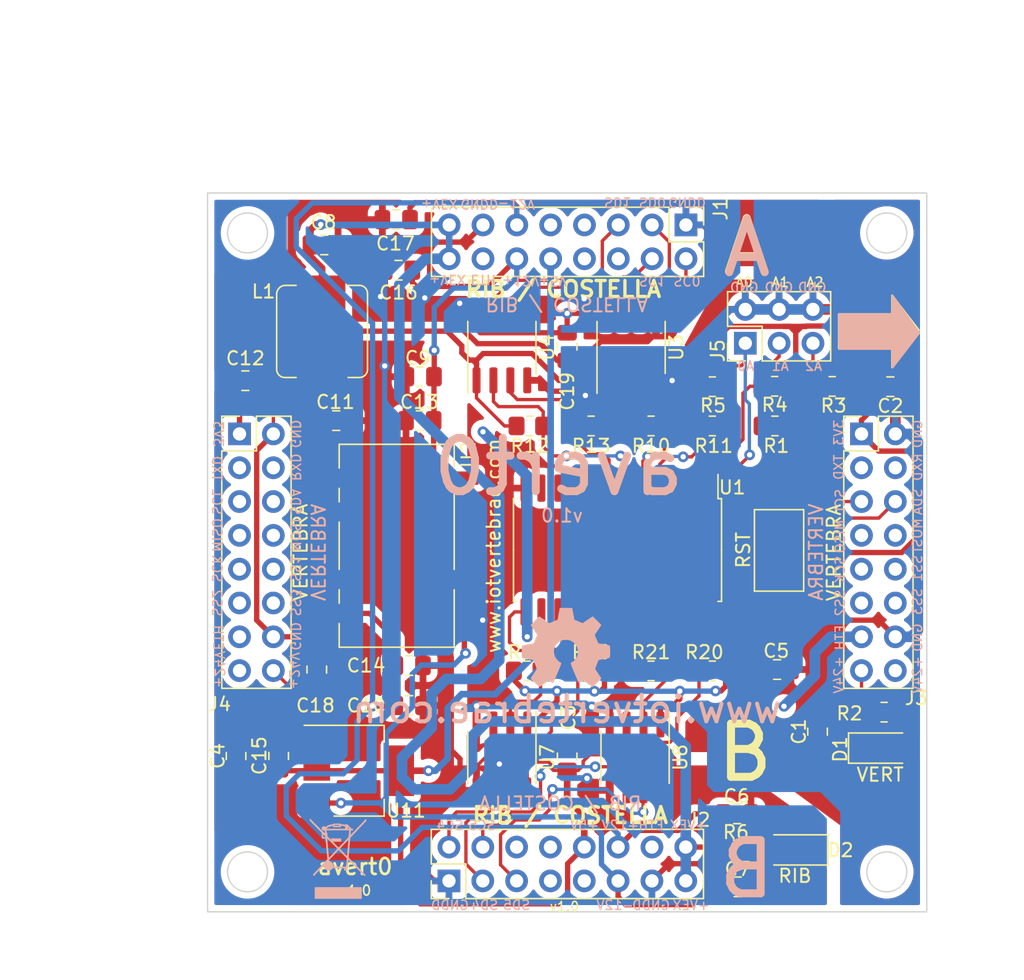
<source format=kicad_pcb>
(kicad_pcb (version 20211014) (generator pcbnew)
  (title_block (title "avert") (date "2023-04-06") (rev "1.0") (company "www.iotvertebrae.com") (comment 1 "Mechanical design: Xavier Pi") (comment 2 "Circuit & PCB design: Jordi Binefa"))
  (layers (0 "F.Cu" signal) (1 "In1.Cu" signal) (2 "In2.Cu" signal) (31 "B.Cu" signal) (34 "B.Paste" user) (35 "F.Paste" user) (36 "B.SilkS" user "B.Silkscreen") (37 "F.SilkS" user "F.Silkscreen") (38 "B.Mask" user) (39 "F.Mask" user) (44 "Edge.Cuts" user))
  (net 0 "")
  (net 1 "+24V")
  (net 2 "GND")
  (net 3 "Net-(R10-Pad1)")
  (net 4 "+5V")
  (net 5 "GNDD")
  (net 6 "+3V3")
  (net 7 "+12V")
  (net 8 "-12V")
  (net 9 "+VSW")
  (net 10 "Net-(C11-Pad1)")
  (net 11 "Net-(D1-Pad2)")
  (net 12 "/SC0")
  (net 13 "/SD0")
  (net 14 "/SC1")
  (net 15 "/SD1")
  (net 16 "/SC4")
  (net 17 "/SD4")
  (net 18 "/SC5")
  (net 19 "/SD5")
  (net 20 "/TXD")
  (net 21 "/RXD")
  (net 22 "/SCL")
  (net 23 "/SDA")
  (net 24 "/MISO")
  (net 25 "/MOSI")
  (net 26 "/SCK")
  (net 27 "/SSEL1")
  (net 28 "/SSEL2")
  (net 29 "/SSEL3")
  (net 30 "Earth")
  (net 31 "Net-(R1-Pad2)")
  (net 32 "Net-(J5-Pad1)")
  (net 33 "Net-(J5-Pad3)")
  (net 34 "Net-(J5-Pad5)")
  (net 43 "Net-(R11-Pad1)")
  (net 44 "Net-(R12-Pad1)")
  (net 45 "Net-(R13-Pad1)")
  (net 46 "Net-(R18-Pad2)")
  (net 47 "Net-(R19-Pad2)")
  (net 48 "Net-(R20-Pad2)")
  (net 49 "Net-(R21-Pad2)")
  (net 59 "Net-(D2-Pad2)")
  (footprint "Capacitor_SMD:C_0805_2012Metric_Pad1.18x1.45mm_HandSolder" (layer "F.Cu") (at 143 83.0375 -90)
    (fp_text reference "C19")
    (fp_text value "100nF")
  )
  (footprint "Resistor_SMD:R_0805_2012Metric_Pad1.20x1.40mm_HandSolder" (layer "F.Cu") (at 155.71 120.85)
    (fp_text reference "R6")
    (fp_text value "4K7")
  )
  (footprint "Capacitor_SMD:C_0805_2012Metric_Pad1.18x1.45mm_HandSolder" (layer "F.Cu") (at 131.9375 88.6 180)
    (fp_text reference "C13")
    (fp_text value "1uF/25V")
  )
  (footprint "Capacitor_SMD:C_0805_2012Metric_Pad1.18x1.45mm_HandSolder" (layer "F.Cu") (at 118.14 113.7975 90)
    (fp_text reference "C4")
    (fp_text value "100nF")
  )
  (footprint "Connector_PinHeader_2.54mm:PinHeader_2x08_P2.54mm_Vertical" (layer "F.Cu") (at 134.125 123.175 90)
    (fp_text reference "J2")
    (fp_text value "Conn_02x08_Odd_Even")
  )
  (footprint "Capacitor_SMD:C_0805_2012Metric_Pad1.18x1.45mm_HandSolder" (layer "F.Cu") (at 130.3375 77.3 180)
    (fp_text reference "C16")
    (fp_text value "100nF")
  )
  (footprint "Connector_PinHeader_2.54mm:PinHeader_2x03_P2.54mm_Vertical" (layer "F.Cu") (at 156.375 82.785 90)
    (fp_text reference "J5")
    (fp_text value "Conn_02x03_Odd_Even")
  )
  (footprint "Connector_PinHeader_2.54mm:PinHeader_2x08_P2.54mm_Vertical" (layer "F.Cu") (at 165.1 89.6)
    (fp_text reference "J3")
    (fp_text value "Conn_02x08_Odd_Even")
  )
  (footprint "Resistor_SMD:R_0805_2012Metric_Pad1.20x1.40mm_HandSolder" (layer "F.Cu") (at 158.6 89 180)
    (fp_text reference "R1")
    (fp_text value "10K")
  )
  (footprint "Resistor_SMD:R_0805_2012Metric_Pad1.20x1.40mm_HandSolder" (layer "F.Cu") (at 153.9 86.05)
    (fp_text reference "R5")
    (fp_text value "10K")
  )
  (footprint "Capacitor_SMD:C_0805_2012Metric_Pad1.18x1.45mm_HandSolder" (layer "F.Cu") (at 155.7625 118.14)
    (fp_text reference "C6")
    (fp_text value "100nF")
  )
  (footprint "Capacitor_SMD:C_0805_2012Metric_Pad1.18x1.45mm_HandSolder" (layer "F.Cu") (at 161.8 111.9625 -90)
    (fp_text reference "C1")
    (fp_text value "100nF")
  )
  (footprint "Package_SO:SOIC-8_3.9x4.9mm_P1.27mm" (layer "F.Cu") (at 147.8 83.1 90)
    (fp_text reference "U3")
    (fp_text value "ISO1540")
  )
  (footprint "Resistor_SMD:R_0805_2012Metric_Pad1.20x1.40mm_HandSolder" (layer "F.Cu") (at 153.9 107.4 180)
    (fp_text reference "R20")
    (fp_text value "10K")
  )
  (footprint "Capacitor_SMD:C_0805_2012Metric_Pad1.18x1.45mm_HandSolder" (layer "F.Cu") (at 143 113.8375 90)
    (fp_text reference "C3")
    (fp_text value "100nF")
  )
  (footprint "Resistor_SMD:R_0805_2012Metric_Pad1.20x1.40mm_HandSolder" (layer "F.Cu") (at 153.9 89)
    (fp_text reference "R11")
    (fp_text value "10K")
  )
  (footprint "Connector_PinHeader_2.54mm:PinHeader_2x08_P2.54mm_Vertical" (layer "F.Cu") (at 151.92 73.9 -90)
    (fp_text reference "J1")
    (fp_text value "Conn_02x08_Odd_Even")
  )
  (footprint "Resistor_SMD:R_0805_2012Metric_Pad1.20x1.40mm_HandSolder" (layer "F.Cu") (at 140 107.4)
    (fp_text reference "R19")
    (fp_text value "10K")
  )
  (footprint "Package_SO:SOIC-24W_7.5x15.4mm_P1.27mm" (layer "F.Cu") (at 146.78 98.32 -90)
    (fp_text reference "U1")
    (fp_text value "PCA9548ADW")
  )
  (footprint "Capacitor_SMD:C_0805_2012Metric_Pad1.18x1.45mm_HandSolder" (layer "F.Cu") (at 118.8375 85.6)
    (fp_text reference "C12")
    (fp_text value "100nF")
  )
  (footprint "Package_SO:SOIC-8_3.9x4.9mm_P1.27mm" (layer "F.Cu") (at 138.1 113.9 -90)
    (fp_text reference "U7")
    (fp_text value "ISO1540")
  )
  (footprint "LED_SMD:LED_1206_3216Metric_Pad1.42x1.75mm_HandSolder" (layer "F.Cu") (at 160.1175 120.85 180)
    (fp_text reference "D2")
    (fp_text value "YELLOW_LED")
  )
  (footprint "Capacitor_SMD:C_0805_2012Metric_Pad1.18x1.45mm_HandSolder" (layer "F.Cu") (at 131.1375 107 180)
    (fp_text reference "C14")
    (fp_text value "1uF/25V")
  )
  (footprint "Package_TO_SOT_SMD:SOT-223-3_TabPin2" (layer "F.Cu") (at 127.35 114.9)
    (fp_text reference "U11")
    (fp_text value "LD1117S50TR_SOT223")
  )
  (footprint "Capacitor_SMD:C_0805_2012Metric_Pad1.18x1.45mm_HandSolder" (layer "F.Cu") (at 130.1625 73.5)
    (fp_text reference "C17")
    (fp_text value "100nF")
  )
  (footprint "Capacitor_SMD:C_0805_2012Metric_Pad1.18x1.45mm_HandSolder" (layer "F.Cu") (at 167.2675 86.05)
    (fp_text reference "C2")
    (fp_text value "100nF")
  )
  (footprint "Capacitor_SMD:C_0805_2012Metric_Pad1.18x1.45mm_HandSolder" (layer "F.Cu") (at 158.7625 107.3)
    (fp_text reference "C5")
    (fp_text value "100nF")
  )
  (footprint "Resistor_SMD:R_0805_2012Metric_Pad1.20x1.40mm_HandSolder" (layer "F.Cu") (at 144.8 89)
    (fp_text reference "R13")
    (fp_text value "10K")
  )
  (footprint "Capacitor_SMD:C_0805_2012Metric_Pad1.18x1.45mm_HandSolder" (layer "F.Cu") (at 131.9625 85.3 180)
    (fp_text reference "C9")
    (fp_text value "100nF")
  )
  (footprint "Capacitor_SMD:C_0805_2012Metric_Pad1.18x1.45mm_HandSolder" (layer "F.Cu") (at 124.2 107.3 90)
    (fp_text reference "C18")
    (fp_text value "100nF")
  )
  (footprint "Connector_PinHeader_2.54mm:PinHeader_2x08_P2.54mm_Vertical" (layer "F.Cu") (at 118.4 89.6)
    (fp_text reference "J4")
    (fp_text value "Conn_02x08_Odd_Even")
  )
  (footprint "Capacitor_SMD:C_0805_2012Metric_Pad1.18x1.45mm_HandSolder" (layer "F.Cu") (at 125.6625 88.6)
    (fp_text reference "C11")
    (fp_text value "4.7uF/50V")
  )
  (footprint "Inductor_SMD:L_Bourns_SRP7028A_7.3x6.6mm" (layer "F.Cu") (at 124.6 81.9 -90)
    (fp_text reference "L1")
    (fp_text value "6.8uH")
  )
  (footprint "Resistor_SMD:R_0805_2012Metric_Pad1.20x1.40mm_HandSolder" (layer "F.Cu") (at 166.8 110.5)
    (fp_text reference "R2")
    (fp_text value "4K7")
  )
  (footprint "Resistor_SMD:R_0805_2012Metric_Pad1.20x1.40mm_HandSolder" (layer "F.Cu") (at 149.3 89 180)
    (fp_text reference "R10")
    (fp_text value "10K")
  )
  (footprint "Capacitor_SMD:C_0805_2012Metric_Pad1.18x1.45mm_HandSolder" (layer "F.Cu") (at 124.7625 75.4)
    (fp_text reference "C8")
    (fp_text value "4.7uF/50V")
  )
  (footprint "Resistor_SMD:R_0805_2012Metric_Pad1.20x1.40mm_HandSolder" (layer "F.Cu") (at 149.3 107.4)
    (fp_text reference "R21")
    (fp_text value "10K")
  )
  (footprint "Cui_Converter_DCDC:PDESE1-S24-D12-M" (layer "F.Cu") (at 130.2 98)
    (fp_text reference "U2")
    (fp_text value "PDSE1-S24-D12-M")
  )
  (footprint "Capacitor_SMD:C_0805_2012Metric_Pad1.18x1.45mm_HandSolder" (layer "F.Cu") (at 121.34 113.7875 90)
    (fp_text reference "C15")
    (fp_text value "10uF/10V")
  )
  (footprint "Capacitor_SMD:C_0805_2012Metric_Pad1.18x1.45mm_HandSolder" (layer "F.Cu") (at 131.1375 110 180)
    (fp_text reference "C10")
    (fp_text value "100nF")
  )
  (footprint "Resistor_SMD:R_0805_2012Metric_Pad1.20x1.40mm_HandSolder" (layer "F.Cu") (at 140.2 89 180)
    (fp_text reference "R12")
    (fp_text value "10K")
  )
  (footprint "Button_Switch_SMD:SW_SPST_CK_RS282G05A3" (layer "F.Cu") (at 158.91 98.35 90)
    (fp_text reference "SW1")
    (fp_text value "RST")
  )
  (footprint "Package_SO:SOIC-8_3.9x4.9mm_P1.27mm" (layer "F.Cu") (at 138.1 83.1 90)
    (fp_text reference "U4")
    (fp_text value "ISO1540")
  )
  (footprint "Resistor_SMD:R_0805_2012Metric_Pad1.20x1.40mm_HandSolder" (layer "F.Cu") (at 158.58 86.02 180)
    (fp_text reference "R4")
    (fp_text value "10K")
  )
  (footprint "Capacitor_SMD:C_0805_2012Metric_Pad1.18x1.45mm_HandSolder" (layer "F.Cu") (at 155.8025 123.62 180)
    (fp_text reference "C7")
    (fp_text value "100nF")
  )
  (footprint "Package_SO:SOIC-8_3.9x4.9mm_P1.27mm" (layer "F.Cu") (at 148.1 113.9 -90)
    (fp_text reference "U8")
    (fp_text value "ISO1540")
  )
  (footprint "Resistor_SMD:R_0805_2012Metric_Pad1.20x1.40mm_HandSolder" (layer "F.Cu") (at 144.8 107.4 180)
    (fp_text reference "R18")
    (fp_text value "10K")
  )
  (footprint "LED_SMD:LED_1206_3216Metric_Pad1.42x1.75mm_HandSolder" (layer "F.Cu") (at 166.5875 113.2)
    (fp_text reference "D1")
    (fp_text value "GREEN_LED")
  )
  (footprint "Resistor_SMD:R_0805_2012Metric_Pad1.20x1.40mm_HandSolder" (layer "F.Cu") (at 162.9 86.03 180)
    (fp_text reference "R3")
    (fp_text value "10K")
  )
  (footprint "Symbol:WEEE-Logo_4.2x6mm_SilkScreen" (layer "B.Cu") (at 125.8 121.5 180)
    (fp_text reference "REF**" hide)
    (fp_text value "WEEE-Logo_4.2x6mm_SilkScreen" hide)
  )
  (footprint "Symbol:OSHW-Symbol_6.7x6mm_SilkScreen" (layer "B.Cu") (at 142.92 105.65 180)
    (fp_text reference "REF**" hide)
    (fp_text value "OSHW-Symbol_6.7x6mm_SilkScreen" hide)
  )
  (gr_poly (pts (xy 169.43 82.01) (xy 167.43 79.21) (xy 167.43 80.61) (xy 163.43 80.61) (xy 163.43 83.21) (xy 167.43 83.21) (xy 167.43 84.61)) (layer "B.SilkS") (width 0.15) (fill solid))
  (gr_poly (pts (xy 169.4 81.8) (xy 167.4 84.6) (xy 167.4 83.2) (xy 163.4 83.2) (xy 163.4 80.6) (xy 167.4 80.6) (xy 167.4 79.2)) (layer "F.SilkS") (width 0.15) (fill solid))
  (gr_circle (center 119 122.5) (end 120.5 122.5) (layer "Edge.Cuts") (width 0.1) (fill none))
  (gr_circle (center 167 74.5) (end 168.5 74.5) (layer "Edge.Cuts") (width 0.1) (fill none))
  (gr_circle (center 119 74.5) (end 120.5 74.5) (layer "Edge.Cuts") (width 0.1) (fill none))
  (gr_rect (start 116 125.5) (end 170 71.5) (layer "Edge.Cuts") (width 0.1) (fill none))
  (gr_circle (center 167 122.5) (end 168.5 122.5) (layer "Edge.Cuts") (width 0.1) (fill none))
  (gr_text "SCL" (at 116.7 94.7 270) (layer "B.SilkS") (effects (font (size 0.7 0.7) (thickness 0.11)) (justify mirror)))
  (gr_text "v1.0" (at 142.61 95.73) (layer "B.SilkS") (effects (font (size 1 1)) (justify mirror)))
  (gr_text "MISO" (at 116.7 97.2 270) (layer "B.SilkS") (effects (font (size 0.7 0.7) (thickness 0.11)) (justify mirror)))
  (gr_text "+12V" (at 139.5 78.1 180) (layer "B.SilkS") (effects (font (size 0.7 0.7) (thickness 0.11)) (justify mirror)))
  (gr_text "ETH" (at 136.7 78 180) (layer "B.SilkS") (effects (font (size 0.7 0.7) (thickness 0.11)) (justify mirror)))
  (gr_text "SS2" (at 163.5 102.3 90) (layer "B.SilkS") (effects (font (size 0.7 0.7) (thickness 0.11)) (justify mirror)))
  (gr_text "MISO" (at 163.5 97.3 90) (layer "B.SilkS") (effects (font (size 0.7 0.7) (thickness 0.11)) (justify mirror)))
  (gr_text "TXD" (at 163.4 92.1 90) (layer "B.SilkS") (effects (font (size 0.7 0.7) (thickness 0.11)) (justify mirror)))
  (gr_text "VERTEBRA" (at 161.69 98.48 90) (layer "B.SilkS") (effects (font (size 1 1)) (justify mirror)))
  (gr_text "GND" (at 156.3 78.6) (layer "B.SilkS") (effects (font (size 0.7 0.7) (thickness 0.12)) (justify mirror)))
  (gr_text "+12V" (at 147 119) (layer "B.SilkS") (effects (font (size 0.7 0.7) (thickness 0.11)) (justify mirror)))
  (gr_text "RXD" (at 122.6 92.1 270) (layer "B.SilkS") (effects (font (size 0.7 0.7) (thickness 0.11)) (justify mirror)))
  (gr_text "SD5" (at 139.2 125) (layer "B.SilkS") (effects (font (size 0.7 0.7) (thickness 0.11)) (justify mirror)))
  (gr_text "ETH" (at 149.3 119) (layer "B.SilkS") (effects (font (size 0.7 0.7) (thickness 0.11)) (justify mirror)))
  (gr_text "SS1" (at 122.6 99.7 270) (layer "B.SilkS") (effects (font (size 0.7 0.7) (thickness 0.11)) (justify mirror)))
  (gr_text "-12V" (at 139.18 72.33 180) (layer "B.SilkS") (effects (font (size 0.7 0.7) (thickness 0.11)) (justify mirror)))
  (gr_text "RIB / COSTELLA" (at 142.97 79.85 180) (layer "B.SilkS") (effects (font (size 1 1)) (justify mirror)))
  (gr_text "GNDD" (at 152 72.2 180) (layer "B.SilkS") (effects (font (size 0.7 0.7) (thickness 0.11)) (justify mirror)))
  (gr_text "A2" (at 161.5 84.5) (layer "B.SilkS") (effects (font (size 0.7 0.7) (thickness 0.12)) (justify mirror)))
  (gr_text "+VEX" (at 152.1 119) (layer "B.SilkS") (effects (font (size 0.7 0.7) (thickness 0.11)) (justify mirror)))
  (gr_text "GND" (at 169.3 89.6 90) (layer "B.SilkS") (effects (font (size 0.7 0.7) (thickness 0.11)) (justify mirror)))
  (gr_text "ETH" (at 116.8 104.9 270) (layer "B.SilkS") (effects (font (size 0.7 0.7) (thickness 0.11)) (justify mirror)))
  (gr_text "SS1" (at 169.3 99.7 90) (layer "B.SilkS") (effects (font (size 0.7 0.7) (thickness 0.11)) (justify mirror)))
  (gr_text "+VEX" (at 134 78 180) (layer "B.SilkS") (effects (font (size 0.7 0.7) (thickness 0.11)) (justify mirror)))
  (gr_text "A1" (at 159 84.5) (layer "B.SilkS") (effects (font (size 0.7 0.7) (thickness 0.12)) (justify mirror)))
  (gr_text "RXD" (at 169.3 92.1 90) (layer "B.SilkS") (effects (font (size 0.7 0.7) (thickness 0.11)) (justify mirror)))
  (gr_text "SS2" (at 116.7 102.3 270) (layer "B.SilkS") (effects (font (size 0.7 0.7) (thickness 0.11)) (justify mirror)))
  (gr_text "GNDD" (at 134.2 125) (layer "B.SilkS") (effects (font (size 0.7 0.7) (thickness 0.11)) (justify mirror)))
  (gr_text "3V3" (at 116.8 89.6 270) (layer "B.SilkS") (effects (font (size 0.7 0.7) (thickness 0.11)) (justify mirror)))
  (gr_text "3V3" (at 163.4 89.5 90) (layer "B.SilkS") (effects (font (size 0.7 0.7) (thickness 0.11)) (justify mirror)))
  (gr_text "+24V" (at 122.5 107.4 270) (layer "B.SilkS") (effects (font (size 0.7 0.7) (thickness 0.11)) (justify mirror)))
  (gr_text "GNDD" (at 149.3 125) (layer "B.SilkS") (effects (font (size 0.7 0.7) (thickness 0.11)) (justify mirror)))
  (gr_text "MOSI" (at 122.6 97.2 270) (layer "B.SilkS") (effects (font (size 0.7 0.7) (thickness 0.11)) (justify mirror)))
  (gr_text "A" (at 156.5 75.63) (layer "B.SilkS") (effects (font (size 4 4) (thickness 0.6)) (justify mirror)))
  (gr_text "SDA" (at 169.3 94.7 90) (layer "B.SilkS") (effects (font (size 0.7 0.7) (thickness 0.11)) (justify mirror)))
  (gr_text "TXD" (at 116.7 92.2 270) (layer "B.SilkS") (effects (font (size 0.7 0.7) (thickness 0.11)) (justify mirror)))
  (gr_text "avert0" (at 142.36 92.08) (layer "B.SilkS") (effects (font (size 4 4) (thickness 0.6)) (justify mirror)))
  (gr_text "GND" (at 158.9 78.6) (layer "B.SilkS") (effects (font (size 0.7 0.7) (thickness 0.12)) (justify mirror)))
  (gr_text "+24V" (at 163.4 107.7 90) (layer "B.SilkS") (effects (font (size 0.7 0.7) (thickness 0.11)) (justify mirror)))
  (gr_text "SD1" (at 146.8 72.2 180) (layer "B.SilkS") (effects (font (size 0.7 0.7) (thickness 0.11)) (justify mirror)))
  (gr_text "SC0" (at 152 78.1 180) (layer "B.SilkS") (effects (font (size 0.7 0.7) (thickness 0.11)) (justify mirror)))
  (gr_text "GND" (at 161.4 78.6) (layer "B.SilkS") (effects (font (size 0.7 0.7) (thickness 0.12)) (justify mirror)))
  (gr_text "A0" (at 156.4 84.5) (layer "B.SilkS") (effects (font (size 0.7 0.7) (thickness 0.12)) (justify mirror)))
  (gr_text "GND" (at 169.3 104.9 90) (layer "B.SilkS") (effects (font (size 0.7 0.7) (thickness 0.11)) (justify mirror)))
  (gr_text "SS3" (at 122.6 102.3 270) (layer "B.SilkS") (effects (font (size 0.7 0.7) (thickness 0.11)) (justify mirror)))
  (gr_text "SD0" (at 149.4 72.2 180) (layer "B.SilkS") (effects (font (size 0.7 0.7) (thickness 0.11)) (justify mirror)))
  (gr_text "+5V" (at 141.9 78.1 180) (layer "B.SilkS") (effects (font (size 0.7 0.7) (thickness 0.11)) (justify mirror)))
  (gr_text "+5V" (at 144.3 119) (layer "B.SilkS") (effects (font (size 0.7 0.7) (thickness 0.11)) (justify mirror)))
  (gr_text "SC4" (at 134.2 119) (layer "B.SilkS") (effects (font (size 0.7 0.7) (thickness 0.11)) (justify mirror)))
  (gr_text "+24V" (at 169.3 107.7 90) (layer "B.SilkS") (effects (font (size 0.7 0.7) (thickness 0.11)) (justify mirror)))
  (gr_text "SD4" (at 136.8 125) (layer "B.SilkS") (effects (font (size 0.7 0.7) (thickness 0.11)) (justify mirror)))
  (gr_text "+24V" (at 116.9 107.3 270) (layer "B.SilkS") (effects (font (size 0.7 0.7) (thickness 0.11)) (justify mirror)))
  (gr_text "GND" (at 122.6 104.8 270) (layer "B.SilkS") (effects (font (size 0.7 0.7) (thickness 0.11)) (justify mirror)))
  (gr_text "GND" (at 122.6 89.6 270) (layer "B.SilkS") (effects (font (size 0.7 0.7) (thickness 0.11)) (justify mirror)))
  (gr_text "SS3" (at 169.3 102.2 90) (layer "B.SilkS") (effects (font (size 0.7 0.7) (thickness 0.11)) (justify mirror)))
  (gr_text "SC1" (at 149.4 78.1 180) (layer "B.SilkS") (effects (font (size 0.7 0.7) (thickness 0.11)) (justify mirror)))
  (gr_text "SDA" (at 122.6 94.7 270) (layer "B.SilkS") (effects (font (size 0.7 0.7) (thickness 0.11)) (justify mirror)))
  (gr_text "+VEX" (at 152.3 125) (layer "B.SilkS") (effects (font (size 0.7 0.7) (thickness 0.11)) (justify mirror)))
  (gr_text "SCK" (at 163.5 99.8 90) (layer "B.SilkS") (effects (font (size 0.7 0.7) (thickness 0.11)) (justify mirror)))
  (gr_text "ETH" (at 163.5 104.9 90) (layer "B.SilkS") (effects (font (size 0.7 0.7) (thickness 0.11)) (justify mirror)))
  (gr_text "MOSI" (at 169.3 97.2 90) (layer "B.SilkS") (effects (font (size 0.7 0.7) (thickness 0.11)) (justify mirror)))
  (gr_text "RIB / COSTELLA" (at 142.48 117.37) (layer "B.SilkS") (effects (font (size 1 1)) (justify mirror)))
  (gr_text "SCL" (at 163.5 94.7 90) (layer "B.SilkS") (effects (font (size 0.7 0.7) (thickness 0.11)) (justify mirror)))
  (gr_text "www.iotvertebrae.com" (at 142.97 110.28) (layer "B.SilkS") (effects (font (size 2 2) (thickness 0.3)) (justify mirror)))
  (gr_text "-12V" (at 146.6 125) (layer "B.SilkS") (effects (font (size 0.7 0.7) (thickness 0.11)) (justify mirror)))
  (gr_text "VERTEBRA" (at 124.26 98.5 270) (layer "B.SilkS") (effects (font (size 1 1)) (justify mirror)))
  (gr_text "SC5" (at 136.6 119) (layer "B.SilkS") (effects (font (size 0.7 0.7) (thickness 0.11)) (justify mirror)))
  (gr_text "+VEX" (at 133.39 72.32 180) (layer "B.SilkS") (effects (font (size 0.7 0.7) (thickness 0.11)) (justify mirror)))
  (gr_text "B" (at 156.48 122.29) (layer "B.SilkS") (effects (font (size 4 4) (thickness 0.6)) (justify mirror)))
  (gr_text "SCK" (at 116.7 99.7 270) (layer "B.SilkS") (effects (font (size 0.7 0.7) (thickness 0.11)) (justify mirror)))
  (gr_text "GNDD" (at 136.41 72.33 180) (layer "B.SilkS") (effects (font (size 0.7 0.7) (thickness 0.11)) (justify mirror)))
  (gr_text "VERT" (at 166.5 115.2) (layer "F.SilkS") (effects (font (size 1 1))))
  (gr_text "RIB / COSTELLA" (at 142.71 78.73) (layer "F.SilkS") (effects (font (size 1.2 1.2) (thickness 0.25))))
  (gr_text "A" (at 156.48 75.57) (layer "F.SilkS") (effects (font (size 4 4) (thickness 0.6))))
  (gr_text "avert0" (at 127.08 122.11) (layer "F.SilkS") (effects (font (size 1.2 1.2) (thickness 0.2))))
  (gr_text "A0" (at 156.3 78.2) (layer "F.SilkS") (effects (font (size 0.7 0.7) (thickness 0.12))))
  (gr_text "A2" (at 161.6 78.2) (layer "F.SilkS") (effects (font (size 0.7 0.7) (thickness 0.12))))
  (gr_text "B" (at 156.35 113.54) (layer "F.SilkS") (effects (font (size 4 4) (thickness 0.6))))
  (gr_text "A1" (at 159 78.2) (layer "F.SilkS") (effects (font (size 0.7 0.7) (thickness 0.12))))
  (gr_text "v1.0" (at 142.8 125.1) (layer "F.SilkS") (effects (font (size 0.7 0.7) (thickness 0.11))))
  (gr_text "RIB" (at 160.1 122.8) (layer "F.SilkS") (effects (font (size 1 1))))
  (gr_text "RIB / COSTELLA" (at 143.23 118.25) (layer "F.SilkS") (effects (font (size 1.2 1.2) (thickness 0.25))))
  (gr_text "v1.0" (at 127.11 123.9) (layer "F.SilkS") (effects (font (size 0.75 0.75) (thickness 0.12))))
  (gr_text "VERTEBRA" (at 163.03 98.51 90) (layer "F.SilkS") (effects (font (size 1 1))))
  (gr_text "VERTEBRA" (at 122.99 98.49 90) (layer "F.SilkS") (effects (font (size 1 1))))
  (gr_text "www.iotvertebrae.com" (at 137.48 98 90) (layer "F.SilkS") (effects (font (size 1 1))))
  (segment (start 161.8 110.925) (end 163.575 110.925) (width 0.25) (layer "F.Cu") (net 1))
  (segment (start 121.8975 108.3375) (end 120.94 107.38) (width 0.25) (layer "F.Cu") (net 1))
  (segment (start 164.73 110.5) (end 164 110.5) (width 0.25) (layer "F.Cu") (net 1))
  (segment (start 165.8 109.45) (end 165.1 108.75) (width 0.25) (layer "F.Cu") (net 1))
  (segment (start 165.8 110.5) (end 164.73 110.5) (width 0.25) (layer "F.Cu") (net 1))
  (segment (start 165.8 110.5) (end 165.8 109.45) (width 0.25) (layer "F.Cu") (net 1))
  (segment (start 164 110.5) (end 163.845 110.655) (width 0.25) (layer "F.Cu") (net 1))
  (segment (start 163.575 110.925) (end 163.845 110.655) (width 0.25) (layer "F.Cu") (net 1))
  (segment (start 164 110.5) (end 163.575 110.925) (width 0.25) (layer "F.Cu") (net 1))
  (segment (start 165.1 108.75) (end 165.1 107.38) (width 0.25) (layer "F.Cu") (net 1))
  (segment (start 124.2 108.3375) (end 121.8975 108.3375) (width 0.25) (layer "F.Cu") (net 1))
  (segment (start 146.195 111.425) (end 146.195 110.245) (width 0.25) (layer "F.Cu") (net 2))
  (segment (start 136.66 102.89) (end 136.66 103.59) (width 0.4) (layer "F.Cu") (net 2))
  (segment (start 159.8 104.77) (end 159.8 107.3) (width 0.25) (layer "F.Cu") (net 2))
  (segment (start 120.94 104.84) (end 123.62 104.84) (width 0.4) (layer "F.Cu") (net 2))
  (segment (start 158.91 102.25) (end 160.85 102.25) (width 0.4) (layer "F.Cu") (net 2))
  (segment (start 168.305 84.325) (end 164.225 80.245) (width 0.8) (layer "F.Cu") (net 2))
  (segment (start 119.69 103.59) (end 119.69 90.85) (width 0.4) (layer "F.Cu") (net 2))
  (segment (start 164.225 80.245) (end 161.455 80.245) (width 0.8) (layer "F.Cu") (net 2))
  (segment (start 141.44 86.18) (end 141.65 86.39) (width 0.4) (layer "F.Cu") (net 2))
  (segment (start 139.795 99.755) (end 136.66 102.89) (width 0.4) (layer "F.Cu") (net 2))
  (segment (start 120.94 89.6) (end 120.94 87.71) (width 0.25) (layer "F.Cu") (net 2))
  (segment (start 150.865 85.575) (end 150.88 85.59) (width 0.4) (layer "F.Cu") (net 2))
  (segment (start 136.195 107.585) (end 136.66 107.12) (width 0.4) (layer "F.Cu") (net 2))
  (segment (start 160.35 108.81) (end 160.35 112.52) (width 0.25) (layer "F.Cu") (net 2))
  (segment (start 119.875 86.645) (end 120.78 87.55) (width 0.25) (layer "F.Cu") (net 2))
  (segment (start 166.39 103.59) (end 167.64 104.84) (width 0.4) (layer "F.Cu") (net 2))
  (segment (start 158.91 103.88) (end 159.8 104.77) (width 0.25) (layer "F.Cu") (net 2))
  (segment (start 158.91 102.25) (end 158.91 103.88) (width 0.25) (layer "F.Cu") (net 2))
  (segment (start 149.705 85.575) (end 150.865 85.575) (width 0.4) (layer "F.Cu") (net 2))
  (segment (start 159.8 107.3) (end 159.8 108.26) (width 0.25) (layer "F.Cu") (net 2))
  (segment (start 141.65 86.39) (end 144.03 86.39) (width 0.4) (layer "F.Cu") (net 2))
  (segment (start 163.3 113.2) (end 163.1 113) (width 0.25) (layer "F.Cu") (net 2))
  (segment (start 146.05 110.1) (end 144.84 110.1) (width 0.25) (layer "F.Cu") (net 2))
  (segment (start 136.195 111.425) (end 136.195 110.035) (width 0.4) (layer "F.Cu") (net 2))
  (segment (start 120.94 104.84) (end 119.69 103.59) (width 0.4) (layer "F.Cu") (net 2))
  (segment (start 124.2 105.42) (end 124.2 106.2625) (width 0.4) (layer "F.Cu") (net 2))
  (segment (start 146.195 110.245) (end 146.05 110.1) (width 0.25) (layer "F.Cu") (net 2))
  (segment (start 168.305 87.495) (end 168.305 86.05) (width 0.8) (layer "F.Cu") (net 2))
  (segment (start 167.64 89.6) (end 167.64 88.16) (width 0.8) (layer "F.Cu") (net 2))
  (segment (start 160.85 102.25) (end 162.19 103.59) (width 0.4) (layer "F.Cu") (net 2))
  (segment (start 159.8 108.26) (end 160.35 108.81) (width 0.25) (layer "F.Cu") (net 2))
  (segment (start 136.66 103.59) (end 136.66 107.12) (width 0.4) (layer "F.Cu") (net 2))
  (segment (start 136.195 110.035) (end 136.195 107.585) (width 0.4) (layer "F.Cu") (net 2))
  (segment (start 120.94 87.71) (end 120.78 87.55) (width 0.25) (layer "F.Cu") (net 2))
  (segment (start 163.1 113) (end 161.8 113) (width 0.25) (layer "F.Cu") (net 2))
  (segment (start 144.05 86.39) (end 144.37 86.71) (width 0.4) (layer "F.Cu") (net 2))
  (segment (start 167.64 88.16) (end 168.305 87.495) (width 0.8) (layer "F.Cu") (net 2))
  (segment (start 140.835 85.575) (end 141.44 86.18) (width 0.4) (layer "F.Cu") (net 2))
  (segment (start 139.795 93.67) (end 139.795 99.755) (width 0.4) (layer "F.Cu") (net 2))
  (segment (start 162.19 103.59) (end 166.39 103.59) (width 0.4) (layer "F.Cu") (net 2))
  (segment (start 123.62 104.84) (end 124.2 105.42) (width 0.4) (layer "F.Cu") (net 2))
  (segment (start 160.83 113) (end 161.8 113) (width 0.25) (layer "F.Cu") (net 2))
  (segment (start 119.69 90.85) (end 120.94 89.6) (width 0.4) (layer "F.Cu") (net 2))
  (segment (start 140.005 85.575) (end 140.835 85.575) (width 0.4) (layer "F.Cu") (net 2))
  (segment (start 165.1 113.2) (end 163.3 113.2) (width 0.25) (layer "F.Cu") (net 2))
  (segment (start 160.35 112.52) (end 160.83 113) (width 0.25) (layer "F.Cu") (net 2))
  (segment (start 168.305 86.05) (end 168.305 84.325) (width 0.8) (layer "F.Cu") (net 2))
  (segment (start 119.875 85.6) (end 119.875 86.645) (width 0.25) (layer "F.Cu") (net 2))
  (segment (start 144.03 86.39) (end 144.05 86.39) (width 0.4) (layer "F.Cu") (net 2))
  (via (at 144.37 86.71) (size 0.8) (drill 0.4) (layers "F.Cu" "B.Cu") (net 2))
  (via (at 150.88 85.59) (size 0.8) (drill 0.4) (layers "F.Cu" "B.Cu") (net 2))
  (via (at 144.84 110.1) (size 0.8) (drill 0.4) (layers "F.Cu" "B.Cu") (net 2))
  (via (at 136.66 103.59) (size 0.8) (drill 0.4) (layers "F.Cu" "B.Cu") (net 2))
  (via (at 136.195 110.035) (size 0.8) (drill 0.4) (layers "F.Cu" "B.Cu") (net 2))
  (segment (start 150.01 85.59) (end 148.89 86.71) (width 0.4) (layer "B.Cu") (net 2))
  (segment (start 169.33 104.34) (end 168.83 104.84) (width 0.8) (layer "B.Cu") (net 2))
  (segment (start 150.88 85.59) (end 153.39 83.08) (width 0.4) (layer "B.Cu") (net 2))
  (segment (start 153.39 82.21) (end 155.355 80.245) (width 0.4) (layer "B.Cu") (net 2))
  (segment (start 168.83 104.84) (end 167.64 104.84) (width 0.8) (layer "B.Cu") (net 2))
  (segment (start 158.915 80.245) (end 156.375 80.245) (width 0.8) (layer "B.Cu") (net 2))
  (segment (start 150.88 85.59) (end 150.01 85.59) (width 0.4) (layer "B.Cu") (net 2))
  (segment (start 155.355 80.245) (end 156.375 80.245) (width 0.4) (layer "B.Cu") (net 2))
  (segment (start 161.455 80.245) (end 158.915 80.245) (width 0.8) (layer "B.Cu") (net 2))
  (segment (start 169.33 90.19) (end 169.33 104.34) (width 0.8) (layer "B.Cu") (net 2))
  (segment (start 136.26 110.1) (end 136.195 110.035) (width 0.25) (layer "B.Cu") (net 2))
  (segment (start 144.84 110.1) (end 136.26 110.1) (width 0.25) (layer "B.Cu") (net 2))
  (segment (start 153.39 83.08) (end 153.39 82.21) (width 0.4) (layer "B.Cu") (net 2))
  (segment (start 144.37 86.71) (end 148.89 86.71) (width 0.4) (layer "B.Cu") (net 2))
  (segment (start 167.64 89.6) (end 168.74 89.6) (width 0.8) (layer "B.Cu") (net 2))
  (segment (start 168.74 89.6) (end 169.33 90.19) (width 0.8) (layer "B.Cu") (net 2))
  (segment (start 150.3 89) (end 150.3 91.53) (width 0.25) (layer "F.Cu") (net 3))
  (segment (start 150.09 87.65) (end 150.3 87.86) (width 0.25) (layer "F.Cu") (net 3))
  (segment (start 150.3 91.53) (end 149.955 91.875) (width 0.25) (layer "F.Cu") (net 3))
  (segment (start 147.165 85.575) (end 147.165 86.745) (width 0.25) (layer "F.Cu") (net 3))
  (segment (start 147.165 86.745) (end 148.07 87.65) (width 0.25) (layer "F.Cu") (net 3))
  (segment (start 149.955 91.875) (end 149.955 93.67) (width 0.25) (layer "F.Cu") (net 3))
  (segment (start 150.3 87.86) (end 150.3 89) (width 0.25) (layer "F.Cu") (net 3))
  (segment (start 148.07 87.65) (end 150.09 87.65) (width 0.25) (layer "F.Cu") (net 3))
  (segment (start 140.005 116.375) (end 140 116.37) (width 0.25) (layer "F.Cu") (net 4))
  (segment (start 144.2 114.2) (end 144.7 113.7) (width 0.25) (layer "F.Cu") (net 4))
  (segment (start 140 116.37) (end 140 114.5) (width 0.25) (layer "F.Cu") (net 4))
  (segment (start 118.15 114.825) (end 118.14 114.835) (width 0.4) (layer "F.Cu") (net 4))
  (segment (start 144.285 118.325) (end 144.285 120.635) (width 0.5) (layer "F.Cu") (net 4))
  (segment (start 146.465 114.125) (end 147.825 114.125) (width 0.25) (layer "F.Cu") (net 4))
  (segment (start 143 82) (end 143 80.54) (width 0.4) (layer "F.Cu") (net 4))
  (segment (start 130.5 114.9) (end 132.59 114.9) (width 0.5) (layer "F.Cu") (net 4))
  (segment (start 143.035 121.885) (end 144.285 120.635) (width 0.4) (layer "F.Cu") (net 4))
  (segment (start 140.25 114.25) (end 141.6 114.25) (width 0.25) (layer "F.Cu") (net 4))
  (segment (start 143.825 114.875) (end 144.2 114.5) (width 0.25) (layer "F.Cu") (net 4))
  (segment (start 149.75 114.55) (end 150.005 114.805) (width 0.25) (layer "F.Cu") (net 4))
  (segment (start 130.5 114.9) (end 130.5 123.41) (width 0.4) (layer "F.Cu") (net 4))
  (segment (start 141.8 114.7) (end 141.975 114.875) (width 0.25) (layer "F.Cu") (net 4))
  (segment (start 144.7 113.7) (end 146.04 113.7) (width 0.25) (layer "F.Cu") (net 4))
  (segment (start 121.34 114.825) (end 118.15 114.825) (width 0.4) (layer "F.Cu") (net 4))
  (segment (start 143 114.875) (end 143 117.04) (width 0.5) (layer "F.Cu") (net 4))
  (segment (start 144.2 114.5) (end 144.2 114.2) (width 0.25) (layer "F.Cu") (net 4))
  (segment (start 143 80.54) (end 145.81 80.54) (width 0.4) (layer "F.Cu") (net 4))
  (segment (start 142.33 124.9) (end 143.035 124.195) (width 0.4) (layer "F.Cu") (net 4))
  (segment (start 145.81 80.54) (end 145.895 80.625) (width 0.4) (layer "F.Cu") (net 4))
  (segment (start 121.415 114.9) (end 121.34 114.825) (width 0.4) (layer "F.Cu") (net 4))
  (segment (start 141.975 114.875) (end 143 114.875) (width 0.25) (layer "F.Cu") (net 4))
  (segment (start 140 114.5) (end 140.25 114.25) (width 0.25) (layer "F.Cu") (net 4))
  (segment (start 143.035 124.195) (end 143.035 121.885) (width 0.4) (layer "F.Cu") (net 4))
  (segment (start 143 117.04) (end 144.285 118.325) (width 0.5) (layer "F.Cu") (net 4))
  (segment (start 136.49 82) (end 143 82) (width 0.4) (layer "F.Cu") (net 4))
  (segment (start 136.195 80.625) (end 136.195 81.705) (width 0.4) (layer "F.Cu") (net 4))
  (segment (start 150.005 114.805) (end 150.005 116.375) (width 0.25) (layer "F.Cu") (net 4))
  (segment (start 148.25 114.55) (end 149.75 114.55) (width 0.25) (layer "F.Cu") (net 4))
  (segment (start 147.825 114.125) (end 148.25 114.55) (width 0.25) (layer "F.Cu") (net 4))
  (segment (start 141.6 114.25) (end 141.8 114.45) (width 0.25) (layer "F.Cu") (net 4))
  (segment (start 124.2 114.9) (end 130.5 114.9) (width 0.4) (layer "F.Cu") (net 4))
  (segment (start 124.2 114.9) (end 121.415 114.9) (width 0.4) (layer "F.Cu") (net 4))
  (segment (start 143 114.875) (end 143.825 114.875) (width 0.25) (layer "F.Cu") (net 4))
  (segment (start 146.04 113.7) (end 146.465 114.125) (width 0.25) (layer "F.Cu") (net 4))
  (segment (start 136.195 81.705) (end 136.49 82) (width 0.4) (layer "F.Cu") (net 4))
  (segment (start 131.99 124.9) (end 142.33 124.9) (width 0.4) (layer "F.Cu") (net 4))
  (segment (start 130.5 123.41) (end 131.99 124.9) (width 0.4) (layer "F.Cu") (net 4))
  (segment (start 141.8 114.45) (end 141.8 114.7) (width 0.25) (layer "F.Cu") (net 4))
  (via (at 143 80.54) (size 0.8) (drill 0.4) (layers "F.Cu" "B.Cu") (net 4))
  (via (at 132.59 114.9) (size 0.8) (drill 0.4) (layers "F.Cu" "B.Cu") (net 4))
  (segment (start 142.08 80.54) (end 141.76 80.86) (width 0.4) (layer "B.Cu") (net 4))
  (segment (start 143 80.54) (end 142.08 80.54) (width 0.4) (layer "B.Cu") (net 4))
  (segment (start 143 80.54) (end 142.11 80.54) (width 0.4) (layer "B.Cu") (net 4))
  (segment (start 133.11 114.9) (end 134.03 113.98) (width 0.5) (layer "B.Cu") (net 4))
  (segment (start 135.08 109.15) (end 137.61 109.15) (width 0.5) (layer "B.Cu") (net 4))
  (segment (start 142.11 80.54) (end 141.76 80.19) (width 0.4) (layer "B.Cu") (net 4))
  (segment (start 132.59 114.9) (end 133.11 114.9) (width 0.5) (layer "B.Cu") (net 4))
  (segment (start 141.76 76.44) (end 141.76 80.19) (width 0.5) (layer "B.Cu") (net 4))
  (segment (start 134.03 113.98) (end 134.03 110.2) (width 0.5) (layer "B.Cu") (net 4))
  (segment (start 141.76 80.43) (end 141.76 80.86) (width 0.5) (layer "B.Cu") (net 4))
  (segment (start 143 80.54) (end 141.87 80.54) (width 0.4) (layer "B.Cu") (net 4))
  (segment (start 141.87 80.54) (end 141.76 80.43) (width 0.4) (layer "B.Cu") (net 4))
  (segment (start 141.76 80.19) (end 141.76 80.43) (width 0.5) (layer "B.Cu") (net 4))
  (segment (start 134.03 110.2) (end 135.08 109.15) (width 0.5) (layer "B.Cu") (net 4))
  (segment (start 141.76 105) (end 141.76 80.86) (width 0.5) (layer "B.Cu") (net 4))
  (segment (start 137.61 109.15) (end 141.76 105) (width 0.5) (layer "B.Cu") (net 4))
  (segment (start 140.975 80.625) (end 142.01 79.59) (width 0.4) (layer "F.Cu") (net 5))
  (segment (start 145.38 113.1) (end 146.91 113.1) (width 0.25) (layer "F.Cu") (net 5))
  (segment (start 130.9 88.6) (end 126.7 88.6) (width 0.4) (layer "F.Cu") (net 5))
  (segment (start 135.39 75.19) (end 129.67 75.19) (width 0.4) (layer "F.Cu") (net 5))
  (segment (start 129.125 75.025) (end 128.925 75.225) (width 0.4) (layer "F.Cu") (net 5))
  (segment (start 129.67 75.19) (end 129.67 75.2) (width 0.4) (layer "F.Cu") (net 5))
  (segment (start 130.925 85.3) (end 130.925 88.575) (width 0.4) (layer "F.Cu") (net 5))
  (segment (start 153.18 73.9) (end 151.92 73.9) (width 0.4) (layer "F.Cu") (net 5))
  (segment (start 153.97 77.85) (end 153.97 74.69) (width 0.4) (layer "F.Cu") (net 5))
  (segment (start 132.445 111.505) (end 132.175 111.235) (width 0.4) (layer "F.Cu") (net 5))
  (segment (start 149.705 81.995) (end 149.03 82.67) (width 0.4) (layer "F.Cu") (net 5))
  (segment (start 134.955 116.375) (end 132.09 119.24) (width 0.4) (layer "F.Cu") (net 5))
  (segment (start 126.4 92.9) (end 125.1 92.9) (width 0.4) (layer "F.Cu") (net 5))
  (segment (start 127.31 100.54) (end 125.12 100.54) (width 0.4) (layer "F.Cu") (net 5))
  (segment (start 125.8 75.4) (end 128.75 75.4) (width 0.4) (layer "F.Cu") (net 5))
  (segment (start 156.8 118.14) (end 156.8 117.01) (width 0.4) (layer "F.Cu") (net 5))
  (segment (start 118.14 112.76) (end 121.33 112.76) (width 0.25) (layer "F.Cu") (net 5))
  (segment (start 156.01 116.22) (end 151.09 116.22) (width 0.4) (layer "F.Cu") (net 5))
  (segment (start 129.3 78.97) (end 128.99 79.28) (width 0.4) (layer "F.Cu") (net 5))
  (segment (start 127.41 111.83) (end 131.58 111.83) (width 0.4) (layer "F.Cu") (net 5))
  (segment (start 129.125 75.085) (end 129.125 74.815) (width 0.4) (layer "F.Cu") (net 5))
  (segment (start 126.7 88.6) (end 126.7 92.6) (width 0.4) (layer "F.Cu") (net 5))
  (segment (start 151.09 118.12) (end 150.955 118.255) (width 0.25) (layer "F.Cu") (net 5))
  (segment (start 132.175 110) (end 132.175 107) (width 0.4) (layer "F.Cu") (net 5))
  (segment (start 149.365 123.175) (end 150.655 121.885) (width 0.4) (layer "F.Cu") (net 5))
  (segment (start 142.245 84.075) (end 143 84.075) (width 0.4) (layer "F.Cu") (net 5))
  (segment (start 129.125 74.815) (end 129.125 73.5) (width 0.4) (layer "F.Cu") (net 5))
  (segment (start 132.175 105.405) (end 127.31 100.54) (width 0.4) (layer "F.Cu") (net 5))
  (segment (start 121.33 112.76) (end 121.34 112.75) (width 0.25) (layer "F.Cu") (net 5))
  (segment (start 151.09 116.22) (end 151.09 118.12) (width 0.25) (layer "F.Cu") (net 5))
  (segment (start 161.605 119.775) (end 161.605 120.85) (width 0.4) (layer "F.Cu") (net 5))
  (segment (start 122.72 112.6) (end 122.54 112.78) (width 0.4) (layer "F.Cu") (net 5))
  (segment (start 129.47 75.37) (end 129.125 75.025) (width 0.4) (layer "F.Cu") (net 5))
  (segment (start 129.3 75.57) (end 129.3 75.26) (width 0.4) (layer "F.Cu") (net 5))
  (segment (start 136.68 73.9) (end 135.39 75.19) (width 0.4) (layer "F.Cu") (net 5))
  (segment (start 132.445 111.505) (end 134.955 114.015) (width 0.4) (layer "F.Cu") (net 5))
  (segment (start 133.025 123.175) (end 134.125 123.175) (width 0.4) (layer "F.Cu") (net 5))
  (segment (start 132.09 122.24) (end 133.025 123.175) (width 0.4) (layer "F.Cu") (net 5))
  (segment (start 129.23 75.19) (end 129.125 75.085) (width 0.4) (layer "F.Cu") (net 5))
  (segment (start 146.195 118.255) (end 146.73 118.79) (width 0.25) (layer "F.Cu") (net 5))
  (segment (start 151.195 80.625) (end 153.97 77.85) (width 0.4) (layer "F.Cu") (net 5))
  (segment (start 131.905 111.505) (end 132.445 111.505) (width 0.4) (layer "F.Cu") (net 5))
  (segment (start 136.195 114.565) (end 136.195 116.375) (width 0.25) (layer "F.Cu") (net 5))
  (segment (start 150.42 118.79) (end 150.955 118.255) (width 0.25) (layer "F.Cu") (net 5))
  (segment (start 137.1 113.66) (end 136.195 114.565) (width 0.25) (layer "F.Cu") (net 5))
  (segment (start 124.2 112.6) (end 122.72 112.6) (width 0.4) (layer "F.Cu") (net 5))
  (segment (start 159.97 118.14) (end 161.605 119.775) (width 0.4) (layer "F.Cu") (net 5))
  (segment (start 131.87 111.54) (end 132.175 111.235) (width 0.4) (layer "F.Cu") (net 5))
  (segment (start 156.84 122.71) (end 156.32 122.19) (width 0.4) (layer "F.Cu") (net 5))
  (segment (start 127.31 93.97) (end 127.31 100.54) (width 0.4) (layer "F.Cu") (net 5))
  (segment (start 136.27 82.82) (end 140.99 82.82) (width 0.4) (layer "F.Cu") (net 5))
  (segment (start 126.99 93.65) (end 127.31 93.97) (width 0.4) (layer "F.Cu") (net 5))
  (segment (start 130.925 88.575) (end 130.9 88.6) (width 0.4) (layer "F.Cu") (net 5))
  (segment (start 128.925 75.345) (end 129.3 75.72) (width 0.4) (layer "F.Cu") (net 5))
  (segment (start 145.51 82.67) (end 144.105 84.075) (width 0.4) (layer "F.Cu") (net 5))
  (segment (start 126.7 92.6) (end 126.7 93.09) (width 0.4) (layer "F.Cu") (net 5))
  (segment (start 129.3 75.26) (end 129.23 75.19) (width 0.4) (layer "F.Cu") (net 5))
  (segment (start 156.8 117.01) (end 156.01 116.22) (width 0.4) (layer "F.Cu") (net 5))
  (segment (start 129.67 75.19) (end 129.23 75.19) (width 0.4) (layer "F.Cu") (net 5))
  (segment (start 146.91 113.1) (end 147.28 113.47) (width 0.25) (layer "F.Cu") (net 5))
  (segment (start 126.4 92.9) (end 126.51 92.9) (width 0.4) (layer "F.Cu") (net 5))
  (segment (start 153.94 122.19) (end 156.32 122.19) (width 0.4) (layer "F.Cu") (net 5))
  (segment (start 156.84 123.62) (end 160.64 123.62) (width 0.4) (layer "F.Cu") (net 5))
  (segment (start 150.57 113.47) (end 151.09 113.99) (width 0.25) (layer "F.Cu") (net 5))
  (segment (start 122.54 112.78) (end 121.37 112.78) (width 0.4) (layer "F.Cu") (net 5))
  (segment (start 153.97 74.69) (end 153.18 73.9) (width 0.4) (layer "F.Cu") (net 5))
  (segment (start 128.925 75.225) (end 128.925 75.345) (width 0.4) (layer "F.Cu") (net 5))
  (segment (start 145.08 112.8) (end 145.38 113.1) (width 0.25) (layer "F.Cu") (net 5))
  (segment (start 132.09 119.24) (end 132.09 122.24) (width 0.4) (layer "F.Cu") (net 5))
  (segment (start 160.64 123.62) (end 161.605 122.655) (width 0.4) (layer "F.Cu") (net 5))
  (segment (start 134.955 116.195) (end 134.955 116.375) (width 0.4) (layer "F.Cu") (net 5))
  (segment (start 142.16 79.44) (end 144.27 79.44) (width 0.4) (layer "F.Cu") (net 5))
  (segment (start 129.3 84.94) (end 129.66 85.3) (width 0.4) (layer "F.Cu") (net 5))
  (segment (start 146.73 118.79) (end 150.42 118.79) (width 0.25) (layer "F.Cu") (net 5))
  (segment (start 128.75 75.4) (end 129.47 75.4) (width 0.4) (layer "F.Cu") (net 5))
  (segment (start 126.64 112.6) (end 127.41 111.83) (width 0.4) (layer "F.Cu") (net 5))
  (segment (start 140.99 82.82) (end 142.245 84.075) (width 0.4) (layer "F.Cu") (net 5))
  (segment (start 141.38 113.66) (end 137.1 113.66) (width 0.25) (layer "F.Cu") (net 5))
  (segment (start 129.3 75.72) (end 129.3 75.57) (width 0.4) (layer "F.Cu") (net 5))
  (segment (start 161.605 122.655) (end 161.605 120.85) (width 0.4) (layer "F.Cu") (net 5))
  (segment (start 132.175 107) (end 132.175 105.405) (width 0.4) (layer "F.Cu") (net 5))
  (segment (start 156.9675 123.55) (end 156.9875 123.53) (width 0.4) (layer "F.Cu") (net 5))
  (segment (start 126.7 93.36) (end 126.99 93.65) (width 0.4) (layer "F.Cu") (net 5))
  (segment (start 142.24 112.8) (end 141.38 113.66) (width 0.25) (layer "F.Cu") (net 5))
  (segment (start 129.3 77.3) (end 129.3 75.72) (width 0.4) (layer "F.Cu") (net 5))
  (segment (start 125.1 92.9) (end 126.24 92.9) (width 0.4) (layer "F.Cu") (net 5))
  (segment (start 147.28 113.47) (end 150.57 113.47) (width 0.25) (layer "F.Cu") (net 5))
  (segment (start 128.99 79.28) (end 130.16 79.28) (width 0.4) (layer "F.Cu") (net 5))
  (segment (start 129.67 75.2) (end 129.3 75.57) (width 0.4) (layer "F.Cu") (net 5))
  (segment (start 143 112.8) (end 142.24 112.8) (width 0.25) (layer "F.Cu") (net 5))
  (segment (start 149.705 80.625) (end 151.195 80.625) (width 0.4) (layer "F.Cu") (net 5))
  (segment (start 121.37 112.78) (end 121.34 112.75) (width 0.4) (layer "F.Cu") (net 5))
  (segment (start 130.16 79.28) (end 131.28 80.4) (width 0.4) (layer "F.Cu") (net 5))
  (segment (start 149.03 82.67) (end 145.51 82.67) (width 0.4) (layer "F.Cu") (net 5))
  (segment (start 132.175 111.235) (end 132.175 110) (width 0.4) (layer "F.Cu") (net 5))
  (segment (start 151.09 113.99) (end 151.09 116.22) (width 0.25) (layer "F.Cu") (net 5))
  (segment (start 129.3 77.3) (end 129.3 78.97) (width 0.4) (layer "F.Cu") (net 5))
  (segment (start 129.47 75.4) (end 129.47 75.37) (width 0.4) (layer "F.Cu") (net 5))
  (segment (start 143 112.8) (end 145.08 112.8) (width 0.25) (layer "F.Cu") (net 5))
  (segment (start 142.01 79.59) (end 142.16 79.44) (width 0.4) (layer "F.Cu") (net 5))
  (segment (start 129.47 75.4) (end 129.67 75.2) (width 0.4) (layer "F.Cu") (net 5))
  (segment (start 131.58 111.83) (end 131.87 111.54) (width 0.4) (layer "F.Cu") (net 5))
  (segment (start 136.195 116.375) (end 135.625 116.375) (width 0.4) (layer "F.Cu") (net 5))
  (segment (start 124.2 112.6) (end 126.64 112.6) (width 0.4) (layer "F.Cu") (net 5))
  (segment (start 149.705 80.625) (end 149.705 81.995) (width 0.4) (layer "F.Cu") (net 5))
  (segment (start 131.28 80.4) (end 133.85 80.4) (width 0.4) (layer "F.Cu") (net 5))
  (segment (start 135.625 116.375) (end 134.955 116.375) (width 0.4) (layer "F.Cu") (net 5))
  (segment (start 131.87 111.54) (end 131.905 111.505) (width 0.4) (layer "F.Cu") (net 5))
  (segment (start 128.925 75.225) (end 128.75 75.4) (width 0.4) (layer "F.Cu") (net 5))
  (segment (start 146.195 116.375) (end 146.195 118.255) (width 0.25) (layer "F.Cu") (net 5))
  (segment (start 135.625 116.375) (end 135.135 116.375) (width 0.4) (layer "F.Cu") (net 5))
  (segment (start 150.655 121.885) (end 153.635 121.885) (width 0.4) (layer "F.Cu") (net 5))
  (segment (start 134.955 114.015) (end 134.955 116.195) (width 0.4) (layer "F.Cu") (net 5))
  (segment (start 126.7 92.6) (end 126.4 92.9) (width 0.4) (layer "F.Cu") (net 5))
  (segment (start 135.135 116.375) (end 134.955 116.195) (width 0.4) (layer "F.Cu") (net 5))
  (segment (start 156.84 123.62) (end 156.84 122.71) (width 0.4) (layer "F.Cu") (net 5))
  (segment (start 140.005 80.625) (end 140.975 80.625) (width 0.4) (layer "F.Cu") (net 5))
  (segment (start 129.66 85.3) (end 130.925 85.3) (width 0.4) (layer "F.Cu") (net 5))
  (segment (start 129.125 74.815) (end 129.125 75.025) (width 0.4) (layer "F.Cu") (net 5))
  (segment (start 144.105 84.075) (end 143 84.075) (width 0.4) (layer "F.Cu") (net 5))
  (segment (start 126.7 93.09) (end 126.7 93.36) (width 0.4) (layer "F.Cu") (net 5))
  (segment (start 133.85 80.4) (end 136.27 82.82) (width 0.4) (layer "F.Cu") (net 5))
  (segment (start 156.8 118.14) (end 159.97 118.14) (width 0.4) (layer "F.Cu") (net 5))
  (segment (start 126.51 92.9) (end 126.7 93.09) (width 0.4) (layer "F.Cu") (net 5))
  (segment (start 153.635 121.885) (end 153.94 122.19) (width 0.4) (layer "F.Cu") (net 5))
  (segment (start 129.3 84.49) (end 129.3 84.94) (width 0.4) (layer "F.Cu") (net 5))
  (via (at 144.27 79.44) (size 0.8) (drill 0.4) (layers "F.Cu" "B.Cu") (net 5))
  (via (at 129.3 84.49) (size 0.8) (drill 0.4) (layers "F.Cu" "B.Cu") (net 5))
  (via (at 137.91 114.4) (size 0.8) (drill 0.4) (layers "F.Cu" "B.Cu") (net 5))
  (via (at 144.49 115.47) (size 0.8) (drill 0.4) (layers "F.Cu" "B.Cu") (net 5))
  (via (at 134.93 79.79) (size 0.8) (drill 0.4) (layers "F.Cu" "B.Cu") (net 5))
  (via (at 132.31 79.38) (size 0.8) (drill 0.4) (layers "F.Cu" "B.Cu") (net 5))
  (via (at 128.99 79.28) (size 0.8) (drill 0.4) (layers "F.Cu" "B.Cu") (net 5))
  (segment (start 154.09 77.73) (end 154.09 74.53) (width 0.4) (layer "B.Cu") (net 5))
  (segment (start 153.46 73.9) (end 151.92 73.9) (width 0.4) (layer "B.Cu") (net 5))
  (segment (start 152.38 79.44) (end 154.09 77.73) (width 0.4) (layer "B.Cu") (net 5))
  (segment (start 128.99 80.23) (end 129.3 80.54) (width 0.4) (layer "B.Cu") (net 5))
  (segment (start 154.09 74.53) (end 153.46 73.9) (width 0.4) (layer "B.Cu") (net 5))
  (segment (start 129.3 80.54) (end 129.3 84.49) (width 0.4) (layer "B.Cu") (net 5))
  (segment (start 128.99 79.28) (end 128.99 80.23) (width 0.4) (layer "B.Cu") (net 5))
  (segment (start 144.27 79.44) (end 152.38 79.44) (width 0.4) (layer "B.Cu") (net 5))
  (segment (start 140.36 83.56) (end 136.69 83.56) (width 0.4) (layer "F.Cu") (net 6))
  (segment (start 152.9 83.76) (end 146.42 83.76) (width 0.4) (layer "F.Cu") (net 6))
  (segment (start 164.08 98.51) (end 162.26 100.33) (width 0.4) (layer "F.Cu") (net 6))
  (segment (start 154.9 89) (end 154.9 87.93) (width 0.25) (layer "F.Cu") (net 6))
  (segment (start 166.39 90.89) (end 168.63 90.89) (width 0.4) (layer "F.Cu") (net 6))
  (segment (start 139 107.4) (end 139 108.08) (width 0.4) (layer "F.Cu") (net 6))
  (segment (start 168.117767 98.51) (end 164.08 98.51) (width 0.4) (layer "F.Cu") (net 6))
  (segment (start 165.1 89.6) (end 165.1 88.56) (width 0.4) (layer "F.Cu") (net 6))
  (segment (start 136.195 84.055) (end 136.195 84.335) (width 0.4) (layer "F.Cu") (net 6))
  (segment (start 169.12 97.507767) (end 168.117767 98.51) (width 0.4) (layer "F.Cu") (net 6))
  (segment (start 145.895 84.285) (end 145.895 85.575) (width 0.4) (layer "F.Cu") (net 6))
  (segment (start 159.58 85.23) (end 160.205 84.605) (width 0.4) (layer "F.Cu") (net 6))
  (segment (start 165.1 88.56) (end 166.23 87.43) (width 0.4) (layer "F.Cu") (net 6))
  (segment (start 118.4 89.6) (end 118.4 87.75) (width 0.4) (layer "F.Cu") (net 6))
  (segment (start 159.58 86.02) (end 159.58 88.98) (width 0.4) (layer "F.Cu") (net 6))
  (segment (start 168.63 90.89) (end 169.12 91.38) (width 0.4) (layer "F.Cu") (net 6))
  (segment (start 160.165 82.045) (end 160.165 81.965) (width 0.4) (layer "F.Cu") (net 6))
  (segment (start 145.05 108.93) (end 145.5 108.93) (width 0.4) (layer "F.Cu") (net 6))
  (segment (start 146.42 83.76) (end 145.895 84.285) (width 0.4) (layer "F.Cu") (net 6))
  (segment (start 135.09 83.51) (end 135.635 84.055) (width 0.4) (layer "F.Cu") (net 6))
  (segment (start 159.72 81.52) (end 159.25 81.52) (width 0.4) (layer "F.Cu") (net 6))
  (segment (start 136.195 84.335) (end 136.195 85.575) (width 0.4) (layer "F.Cu") (net 6))
  (segment (start 135.635 84.055) (end 135.875 84.055) (width 0.4) (layer "F.Cu") (net 6))
  (segment (start 155.14 81.52) (end 152.9 83.76) (width 0.4) (layer "F.Cu") (net 6))
  (segment (start 151.06 109.91) (end 150.28 109.91) (width 0.4) (layer "F.Cu") (net 6))
  (segment (start 154.9 107.4) (end 156.22 107.4) (width 0.4) (layer "F.Cu") (net 6))
  (segment (start 160.165 84.565) (end 160.165 82.725) (width 0.4) (layer "F.Cu") (net 6))
  (segment (start 165.1 89.6) (end 166.39 90.89) (width 0.4) (layer "F.Cu") (net 6))
  (segment (start 145.895 85.575) (end 145.895 87.585) (width 0.25) (layer "F.Cu") (net 6))
  (segment (start 119.25 81.88) (end 133.99 81.88) (width 0.4) (layer "F.Cu") (net 6))
  (segment (start 117.7 85.7) (end 117.8 85.6) (width 0.4) (layer "F.Cu") (net 6))
  (segment (start 154.55 108.91) (end 154.9 108.56) (width 0.4) (layer "F.Cu") (net 6))
  (segment (start 140.465 111.425) (end 142.24 109.65) (width 0.4) (layer "F.Cu") (net 6))
  (segment (start 135.09 82.98) (end 135.09 83.51) (width 0.4) (layer "F.Cu") (net 6))
  (segment (start 160.205 84.605) (end 160.165 84.565) (width 0.4) (layer "F.Cu") (net 6))
  (segment (start 135.875 84.055) (end 135.915 84.055) (width 0.4) (layer "F.Cu") (net 6))
  (segment (start 160.977233 81.495) (end 163.125 81.495) (width 0.4) (layer "F.Cu") (net 6))
  (segment (start 152.9 86.05) (end 152.9 86.83) (width 0.25) (layer "F.Cu") (net 6))
  (segment (start 160.165 81.965) (end 159.72 81.52) (width 0.4) (layer "F.Cu") (net 6))
  (segment (start 166.21 86.03) (end 166.23 86.05) (width 0.4) (layer "F.Cu") (net 6))
  (segment (start 151.46 108.92) (end 151.46 109.51) (width 0.4) (layer "F.Cu") (net 6))
  (segment (start 159.58 86.02) (end 159.58 85.23) (width 0.4) (layer "F.Cu") (net 6))
  (segment (start 159.25 81.52) (end 155.14 81.52) (width 0.4) (layer "F.Cu") (net 6))
  (segment (start 162.26 100.33) (end 154.49 100.33) (width 0.4) (layer "F.Cu") (net 6))
  (segment (start 145.5 108.93) (end 145.8 108.63) (width 0.4) (layer "F.Cu") (net 6))
  (segment (start 139.2 89) (end 138.295305 89) (width 0.25) (layer "F.Cu") (net 6))
  (segment (start 142.375 85.575) (end 140.36 83.56) (width 0.4) (layer "F.Cu") (net 6))
  (segment (start 153.58 87.51) (end 154.48 87.51) (width 0.25) (layer "F.Cu") (net 6))
  (segment (start 135.875 84.055) (end 136.195 84.055) (width 0.4) (layer "F.Cu") (net 6))
  (segment (start 117.7 87.05) (end 117.7 85.7) (width 0.4) (layer "F.Cu") (net 6))
  (segment (start 169.12 91.38) (end 169.12 97.507767) (width 0.4) (layer "F.Cu") (net 6))
  (segment (start 154.14 108.91) (end 154.55 108.91) (width 0.4) (layer "F.Cu") (net 6))
  (segment (start 136.195 86.899695) (end 136.195 85.575) (width 0.25) (layer "F.Cu") (net 6))
  (segment (start 145.8 108.63) (end 145.8 107.4) (width 0.4) (layer "F.Cu") (net 6))
  (segment (start 136.69 83.56) (end 136.195 84.055) (width 0.4) (layer "F.Cu") (net 6))
  (segment (start 139 108.08) (end 139.83 108.91) (width 0.4) (layer "F.Cu") (net 6))
  (segment (start 151.46 109.51) (end 151.06 109.91) (width 0.4) (layer "F.Cu") (net 6))
  (segment (start 153.765 104.745) (end 154.9 105.88) (width 0.4) (layer "F.Cu") (net 6))
  (segment (start 145.895 85.575) (end 142.375 85.575) (width 0.4) (layer "F.Cu") (net 6))
  (segment (start 152.9 86.83) (end 153.58 87.51) (width 0.25) (layer "F.Cu") (net 6))
  (segment (start 133.99 81.88) (end 135.09 82.98) (width 0.4) (layer "F.Cu") (net 6))
  (segment (start 118.4 87.75) (end 117.7 87.05) (width 0.4) (layer "F.Cu") (net 6))
  (segment (start 163.125 81.495) (end 166.23 84.6) (width 0.4) (layer "F.Cu") (net 6))
  (segment (start 145.8 89) (end 145.8 87.68) (width 0.25) (layer "F.Cu") (net 6))
  (segment (start 145.895 87.585) (end 145.8 87.68) (width 0.25) (layer "F.Cu") (net 6))
  (segment (start 135.915 84.055) (end 136.195 84.335) (width 0.4) (layer "F.Cu") (net 6))
  (segment (start 138.295305 89) (end 136.195 86.899695) (width 0.25) (layer "F.Cu") (net 6))
  (segment (start 160.977233 81.495) (end 160.952233 81.52) (width 0.4) (layer "F.Cu") (net 6))
  (segment (start 152.9 83.76) (end 152.9 86.05) (width 0.4) (layer "F.Cu") (net 6))
  (segment (start 160.165 81.965) (end 160.61 81.52) (width 0.4) (layer "F.Cu") (net 6))
  (segment (start 140.005 111.425) (end 140.465 111.425) (width 0.4) (layer "F.Cu") (net 6))
  (segment (start 153.765 102.97) (end 153.765 104.745) (width 0.4) (layer "F.Cu") (net 6))
  (segment (start 154.9 105.88) (end 154.9 107.4) (width 0.4) (layer "F.Cu") (net 6))
  (segment (start 159.58 88.98) (end 159.6 89) (width 0.4) (layer "F.Cu") (net 6))
  (segment (start 154.49 100.33) (end 153.765 101.055) (width 0.4) (layer "F.Cu") (net 6))
  (segment (start 160.165 82.725) (end 160.165 82.045) (width 0.4) (layer "F.Cu") (net 6))
  (segment (start 142.24 109.65) (end 142.24 108.91) (width 0.4) (layer "F.Cu") (net 6))
  (segment (start 166.23 87.43) (end 166.23 86.05) (width 0.4) (layer "F.Cu") (net 6))
  (segment (start 156.32 107.3) (end 156.22 107.4) (width 0.4) (layer "F.Cu") (net 6))
  (segment (start 117.8 83.33) (end 119.25 81.88) (width 0.4) (layer "F.Cu") (net 6))
  (segment (start 154.9 87.93) (end 154.48 87.51) (width 0.25) (layer "F.Cu") (net 6))
  (segment (start 150.28 109.91) (end 150.005 110.185) (width 0.4) (layer "F.Cu") (net 6))
  (segment (start 160.952233 81.52) (end 159.25 81.52) (width 0.4) (layer "F.Cu") (net 6))
  (segment (start 163.9 86.03) (end 166.21 86.03) (width 0.4) (layer "F.Cu") (net 6))
  (segment (start 166.23 84.6) (end 166.23 86.05) (width 0.4) (layer "F.Cu") (net 6))
  (segment (start 160.61 81.52) (end 160.952233 81.52) (width 0.4) (layer "F.Cu") (net 6))
  (segment (start 148.3 89) (end 145.8 89) (width 0.25) (layer "F.Cu") (net 6))
  (segment (start 153.765 101.055) (end 153.765 102.97) (width 0.4) (layer "F.Cu") (net 6))
  (segment (start 157.725 107.3) (end 156.32 107.3) (width 0.4) (layer "F.Cu") (net 6))
  (segment (start 148.3 107.4) (end 145.8 107.4) (width 0.4) (layer "F.Cu") (net 6))
  (segment (start 150.005 110.185) (end 150.005 111.425) (width 0.4) (layer "F.Cu") (net 6))
  (segment (start 117.8 85.6) (end 117.8 83.33) (width 0.4) (layer "F.Cu") (net 6))
  (segment (start 154.9 108.56) (end 154.9 107.4) (width 0.4) (layer "F.Cu") (net 6))
  (via (at 145.05 108.93) (size 0.8) (drill 0.4) (layers "F.Cu" "B.Cu") (net 6))
  (via (at 139.83 108.91) (size 0.8) (drill 0.4) (layers "F.Cu" "B.Cu") (net 6))
  (via (at 154.14 108.91) (size 0.8) (drill 0.4) (layers "F.Cu" "B.Cu") (net 6))
  (via (at 151.46 108.92) (size 0.8) (drill 0.4) (layers "F.Cu" "B.Cu") (net 6))
  (via (at 142.24 108.91) (size 0.8) (drill 0.4) (layers "F.Cu" "B.Cu") (net 6))
  (segment (start 145.03 108.91) (end 145.05 108.93) (width 0.4) (layer "B.Cu") (net 6))
  (segment (start 139.83 108.91) (end 142.24 108.91) (width 0.4) (layer "B.Cu") (net 6))
  (segment (start 154.13 108.92) (end 154.14 108.91) (width 0.4) (layer "B.Cu") (net 6))
  (segment (start 145.05 108.93) (end 151.45 108.93) (width 0.4) (layer "B.Cu") (net 6))
  (segment (start 142.24 108.91) (end 145.03 108.91) (width 0.4) (layer "B.Cu") (net 6))
  (segment (start 151.45 108.93) (end 151.46 108.92) (width 0.4) (layer "B.Cu") (net 6))
  (segment (start 151.46 108.92) (end 154.13 108.92) (width 0.4) (layer "B.Cu") (net 6))
  (segment (start 152.59 118.14) (end 151.345 119.385) (width 0.4) (layer "F.Cu") (net 7))
  (segment (start 151.345 119.385) (end 148.075 119.385) (width 0.4) (layer "F.Cu") (net 7))
  (segment (start 135.37 106.06) (end 135.37 106.08) (width 0.4) (layer "F.Cu") (net 7))
  (segment (start 131.375 78.225) (end 131.375 77.3) (width 0.4) (layer "F.Cu") (net 7))
  (segment (start 124.33 117.33) (end 124.2 117.2) (width 0.4) (layer "F.Cu") (net 7))
  (segment (start 133.02 83.32) (end 133.02 85.28) (width 0.4) (layer "F.Cu") (net 7))
  (segment (start 139.22 76.44) (end 137.14 78.52) (width 0.4) (layer "F.Cu") (net 7))
  (segment (start 133 88.575) (end 132.975 88.6) (width 0.4) (layer "F.Cu") (net 7))
  (segment (start 133.02 85.28) (end 133 85.3) (width 0.4) (layer "F.Cu") (net 7))
  (segment (start 135.28 100.54) (end 135.28 105.97) (width 0.4) (layer "F.Cu") (net 7))
  (segment (start 132.975 88.6) (end 132.975 99.695) (width 0.4) (layer "F.Cu") (net 7))
  (segment (start 133.82 100.54) (end 135.28 100.54) (width 0.4) (layer "F.Cu") (net 7))
  (segment (start 135.28 105.97) (end 135.37 106.06) (width 0.4) (layer "F.Cu") (net 7))
  (segment (start 126.01 117.33) (end 124.33 117.33) (width 0.4) (layer "F.Cu") (net 7))
  (segment (start 154.725 118.14) (end 152.59 118.14) (width 0.4) (layer "F.Cu") (net 7))
  (segment (start 132.975 99.695) (end 133.82 100.54) (width 0.4) (layer "F.Cu") (net 7))
  (segment (start 131.67 78.52) (end 131.375 78.225) (width 0.4) (layer "F.Cu") (net 7))
  (segment (start 148.075 119.385) (end 146.825 120.635) (width 0.4) (layer "F.Cu") (net 7))
  (segment (start 137.14 78.52) (end 131.67 78.52) (width 0.4) (layer "F.Cu") (net 7))
  (segment (start 133 85.3) (end 133 88.575) (width 0.4) (layer "F.Cu") (net 7))
  (via (at 133.02 83.32) (size 0.8) (drill 0.4) (layers "F.Cu" "B.Cu") (net 7))
  (via (at 126.01 117.33) (size 0.8) (drill 0.4) (layers "F.Cu" "B.Cu") (net 7))
  (via (at 135.37 106.08) (size 0.8) (drill 0.4) (layers "F.Cu" "B.Cu") (net 7))
  (segment (start 133.02 83.32) (end 133.02 80.09) (width 0.4) (layer "B.Cu") (net 7))
  (segment (start 146.825 120.635) (end 146.825 119.655) (width 0.4) (layer "B.Cu") (net 7))
  (segment (start 129.02 117.32) (end 128.62 117.32) (width 0.4) (layer "B.Cu") (net 7))
  (segment (start 135.37 106.08) (end 134.49 106.96) (width 0.4) (layer "B.Cu") (net 7))
  (segment (start 129.41 112.07) (end 131.37 110.11) (width 0.4) (layer "B.Cu") (net 7))
  (segment (start 129.41 116.44) (end 129.41 117.75) (width 0.4) (layer "B.Cu") (net 7))
  (segment (start 126.02 117.32) (end 126.01 117.33) (width 0.4) (layer "B.Cu") (net 7))
  (segment (start 134.49 106.96) (end 134.36 106.96) (width 0.4) (layer "B.Cu") (net 7))
  (segment (start 133.02 80.09) (end 134.47 78.64) (width 0.4) (layer "B.Cu") (net 7))
  (segment (start 131.37 107.64) (end 132.05 106.96) (width 0.4) (layer "B.Cu") (net 7))
  (segment (start 134.47 78.64) (end 138.41 78.64) (width 0.4) (layer "B.Cu") (net 7))
  (segment (start 130.03 118.37) (end 129.41 117.75) (width 0.4) (layer "B.Cu") (net 7))
  (segment (start 129.41 116.93) (end 129.02 117.32) (width 0.4) (layer "B.Cu") (net 7))
  (segment (start 128.62 117.32) (end 128.98 117.32) (width 0.4) (layer "B.Cu") (net 7))
  (segment (start 138.41 78.64) (end 139.22 77.83) (width 0.4) (layer "B.Cu") (net 7))
  (segment (start 146.825 119.655) (end 145.54 118.37) (width 0.4) (layer "B.Cu") (net 7))
  (segment (start 131.37 110.11) (end 131.37 107.64) (width 0.4) (layer "B.Cu") (net 7))
  (segment (start 128.62 117.32) (end 126.02 117.32) (width 0.4) (layer "B.Cu") (net 7))
  (segment (start 129.41 116.44) (end 129.41 112.07) (width 0.4) (layer "B.Cu") (net 7))
  (segment (start 145.54 118.37) (end 130.03 118.37) (width 0.4) (layer "B.Cu") (net 7))
  (segment (start 128.98 117.32) (end 129.41 117.75) (width 0.4) (layer "B.Cu") (net 7))
  (segment (start 139.22 77.83) (end 139.22 76.44) (width 0.4) (layer "B.Cu") (net 7))
  (segment (start 132.05 106.96) (end 134.36 106.96) (width 0.4) (layer "B.Cu") (net 7))
  (segment (start 129.41 116.44) (end 129.41 116.93) (width 0.4) (layer "B.Cu") (net 7))
  (segment (start 130.1 105) (end 130.1 107) (width 0.4) (layer "F.Cu") (net 8))
  (segment (start 128.18 103.08) (end 130.1 105) (width 0.4) (layer "F.Cu") (net 8))
  (segment (start 131.55 72.23) (end 138.94 72.23) (width 0.4) (layer "F.Cu") (net 8))
  (segment (start 153.69 123.62) (end 152.35 124.96) (width 0.4) (layer "F.Cu") (net 8))
  (segment (start 138.94 72.23) (end 139.22 72.51) (width 0.4) (layer "F.Cu") (net 8))
  (segment (start 130.06 110.04) (end 130.1 110) (width 0.4) (layer "F.Cu") (net 8))
  (segment (start 139.22 72.51) (end 139.22 73.9) (width 0.4) (layer "F.Cu") (net 8))
  (segment (start 130.1 107) (end 130.1 110) (width 0.4) (layer "F.Cu") (net 8))
  (segment (start 125.12 103.08) (end 128.18 103.08) (width 0.4) (layer "F.Cu") (net 8))
  (segment (start 131.2 72.58) (end 131.55 72.23) (width 0.4) (layer "F.Cu") (net 8))
  (segment (start 131.2 73.5) (end 131.2 72.58) (width 0.4) (layer "F.Cu") (net 8))
  (segment (start 128.39 110.04) (end 130.06 110.04) (width 0.4) (layer "F.Cu") (net 8))
  (segment (start 152.35 124.96) (end 147.4 124.96) (width 0.4) (layer "F.Cu") (net 8))
  (segment (start 154.765 123.62) (end 153.69 123.62) (width 0.4) (layer "F.Cu") (net 8))
  (segment (start 146.825 124.385) (end 146.825 123.175) (width 0.4) (layer "F.Cu") (net 8))
  (segment (start 147.4 124.96) (end 146.825 124.385) (width 0.4) (layer "F.Cu") (net 8))
  (via (at 128.39 110.04) (size 0.8) (drill 0.4) (layers "F.Cu" "B.Cu") (net 8))
  (segment (start 124.54 120.92) (end 121.91 118.29) (width 0.4) (layer "B.Cu") (net 8))
  (segment (start 127.23 111.2) (end 128.39 110.04) (width 0.4) (layer "B.Cu") (net 8))
  (segment (start 127.23 114.09) (end 127.23 111.2) (width 0.4) (layer "B.Cu") (net 8))
  (segment (start 145.575 121.925) (end 145.575 119.595) (width 0.4) (layer "B.Cu") (net 8))
  (segment (start 122.66 75.57) (end 122.66 73.44) (width 0.4) (layer "B.Cu") (net 8))
  (segment (start 139.22 72.59) (end 139.22 73.9) (width 0.4) (layer "B.Cu") (net 8))
  (segment (start 128.39 81.3) (end 122.66 75.57) (width 0.4) (layer "B.Cu") (net 8))
  (segment (start 121.91 116.11) (end 122.89 115.13) (width 0.4) (layer "B.Cu") (net 8))
  (segment (start 130.34 120.92) (end 124.54 120.92) (width 0.4) (layer "B.Cu") (net 8))
  (segment (start 123.86 72.24) (end 138.87 72.24) (width 0.4) (layer "B.Cu") (net 8))
  (segment (start 132.1 119.16) (end 130.34 120.92) (width 0.4) (layer "B.Cu") (net 8))
  (segment (start 126.19 115.13) (end 127.23 114.09) (width 0.4) (layer "B.Cu") (net 8))
  (segment (start 138.87 72.24) (end 139.22 72.59) (width 0.4) (layer "B.Cu") (net 8))
  (segment (start 122.66 73.44) (end 123.86 72.24) (width 0.4) (layer "B.Cu") (net 8))
  (segment (start 121.91 118.29) (end 121.91 116.11) (width 0.4) (layer "B.Cu") (net 8))
  (segment (start 145.575 119.595) (end 145.14 119.16) (width 0.4) (layer "B.Cu") (net 8))
  (segment (start 145.14 119.16) (end 132.1 119.16) (width 0.4) (layer "B.Cu") (net 8))
  (segment (start 146.825 123.175) (end 145.575 121.925) (width 0.4) (layer "B.Cu") (net 8))
  (segment (start 122.89 115.13) (end 126.19 115.13) (width 0.4) (layer "B.Cu") (net 8))
  (segment (start 128.39 110.04) (end 128.39 81.3) (width 0.4) (layer "B.Cu") (net 8))
  (segment (start 124.5 73.87) (end 124.13 73.87) (width 0.5) (layer "F.Cu") (net 9))
  (segment (start 123.725 75.4) (end 123.725 76.265) (width 0.5) (layer "F.Cu") (net 9))
  (segment (start 154.71 120.85) (end 153.53 120.85) (width 0.4) (layer "F.Cu") (net 9))
  (segment (start 153.53 120.85) (end 153.315 120.635) (width 0.4) (layer "F.Cu") (net 9))
  (segment (start 123.725 76.265) (end 124.6 77.14) (width 0.5) (layer "F.Cu") (net 9))
  (segment (start 124.6 77.14) (end 124.6 79.175) (width 0.5) (layer "F.Cu") (net 9))
  (segment (start 124.13 73.87) (end 123.725 74.275) (width 0.5) (layer "F.Cu") (net 9))
  (segment (start 153.315 120.635) (end 151.905 120.635) (width 0.4) (layer "F.Cu") (net 9))
  (segment (start 123.725 74.275) (end 123.725 75.4) (width 0.5) (layer "F.Cu") (net 9))
  (via (at 124.5 73.87) (size 0.8) (drill 0.4) (layers "F.Cu" "B.Cu") (net 9))
  (segment (start 137.9 106.6) (end 136.495 108.005) (width 0.8) (layer "B.Cu") (net 9))
  (segment (start 134.14 76.44) (end 132.36 76.44) (width 0.8) (layer "B.Cu") (net 9))
  (segment (start 133.925 108.005) (end 132.83 109.1) (width 0.8) (layer "B.Cu") (net 9))
  (segment (start 135.86 112.32) (end 136.98 111.2) (width 0.8) (layer "B.Cu") (net 9))
  (segment (start 136.495 108.005) (end 133.925 108.005) (width 0.8) (layer "B.Cu") (net 9))
  (segment (start 130.4 86.8) (end 137.9 94.3) (width 0.8) (layer "B.Cu") (net 9))
  (segment (start 132.36 76.44) (end 130.4 78.4) (width 0.8) (layer "B.Cu") (net 9))
  (segment (start 135.86 114.64) (end 135.86 112.32) (width 0.8) (layer "B.Cu") (net 9))
  (segment (start 150 111.2) (end 151.905 113.105) (width 0.8) (layer "B.Cu") (net 9))
  (segment (start 134.14 73.9) (end 134.14 76.44) (width 0.5) (layer "B.Cu") (net 9))
  (segment (start 151.905 123.175) (end 151.905 120.635) (width 0.8) (layer "B.Cu") (net 9))
  (segment (start 131.5 116.3) (end 134.2 116.3) (width 0.8) (layer "B.Cu") (net 9))
  (segment (start 130.4 78.4) (end 130.4 86.8) (width 0.8) (layer "B.Cu") (net 9))
  (segment (start 134.14 73.9) (end 124.53 73.9) (width 0.5) (layer "B.Cu") (net 9))
  (segment (start 130.6 113.9) (end 130.6 115.4) (width 0.8) (layer "B.Cu") (net 9))
  (segment (start 134.2 116.3) (end 135.86 114.64) (width 0.8) (layer "B.Cu") (net 9))
  (segment (start 132.83 111.67) (end 130.6 113.9) (width 0.8) (layer "B.Cu") (net 9))
  (segment (start 151.905 113.105) (end 151.905 120.635) (width 0.8) (layer "B.Cu") (net 9))
  (segment (start 132.83 109.1) (end 132.83 111.67) (width 0.8) (layer "B.Cu") (net 9))
  (segment (start 136.98 111.2) (end 150 111.2) (width 0.8) (layer "B.Cu") (net 9))
  (segment (start 130.6 115.4) (end 131.5 116.3) (width 0.8) (layer "B.Cu") (net 9))
  (segment (start 137.9 94.3) (end 137.9 106.6) (width 0.8) (layer "B.Cu") (net 9))
  (segment (start 124.53 73.9) (end 124.5 73.87) (width 0.5) (layer "B.Cu") (net 9))
  (segment (start 124.625 90.485) (end 124.15 90.96) (width 0.5) (layer "F.Cu") (net 10))
  (segment (start 124.6 84.625) (end 124.6 88.575) (width 0.5) (layer "F.Cu") (net 10))
  (segment (start 123.05 91.61) (end 123.05 94.87) (width 0.5) (layer "F.Cu") (net 10))
  (segment (start 124.6 88.575) (end 124.625 88.6) (width 0.5) (layer "F.Cu") (net 10))
  (segment (start 124.15 90.96) (end 123.7 90.96) (width 0.5) (layer "F.Cu") (net 10))
  (segment (start 123.64 95.46) (end 125.12 95.46) (width 0.5) (layer "F.Cu") (net 10))
  (segment (start 123.05 94.87) (end 123.64 95.46) (width 0.5) (layer "F.Cu") (net 10))
  (segment (start 123.7 90.96) (end 123.05 91.61) (width 0.5) (layer "F.Cu") (net 10))
  (segment (start 124.625 88.6) (end 124.625 90.485) (width 0.5) (layer "F.Cu") (net 10))
  (segment (start 167.8 110.5) (end 167.8 111.63) (width 0.25) (layer "F.Cu") (net 11))
  (segment (start 168.09 111.92) (end 168.09 113.185) (width 0.25) (layer "F.Cu") (net 11))
  (segment (start 168.09 113.185) (end 168.075 113.2) (width 0.25) (layer "F.Cu") (net 11))
  (segment (start 167.8 111.63) (end 168.09 111.92) (width 0.25) (layer "F.Cu") (net 11))
  (segment (start 148.92 78.9) (end 151.51 78.9) (width 0.25) (layer "F.Cu") (net 12))
  (segment (start 151.51 78.9) (end 151.92 78.49) (width 0.25) (layer "F.Cu") (net 12))
  (segment (start 148.435 79.385) (end 148.92 78.9) (width 0.25) (layer "F.Cu") (net 12))
  (segment (start 148.435 80.625) (end 148.435 79.385) (width 0.25) (layer "F.Cu") (net 12))
  (segment (start 151.92 78.49) (end 151.92 76.44) (width 0.25) (layer "F.Cu") (net 12))
  (segment (start 150.35 78.37) (end 150.67 78.05) (width 0.25) (layer "F.Cu") (net 13))
  (segment (start 150.67 78.05) (end 150.67 75.19) (width 0.25) (layer "F.Cu") (net 13))
  (segment (start 147.165 78.775) (end 147.57 78.37) (width 0.25) (layer "F.Cu") (net 13))
  (segment (start 150.67 75.19) (end 149.38 73.9) (width 0.25) (layer "F.Cu") (net 13))
  (segment (start 147.57 78.37) (end 150.35 78.37) (width 0.25) (layer "F.Cu") (net 13))
  (segment (start 147.165 80.625) (end 147.165 78.775) (width 0.25) (layer "F.Cu") (net 13))
  (segment (start 148.02 77.8) (end 149.38 76.44) (width 0.25) (layer "F.Cu") (net 14))
  (segment (start 138.735 80.625) (end 138.735 79.545) (width 0.25) (layer "F.Cu") (net 14))
  (segment (start 138.735 79.545) (end 139.7 78.58) (width 0.25) (layer "F.Cu") (net 14))
  (segment (start 139.7 78.58) (end 146.43 78.58) (width 0.25) (layer "F.Cu") (net 14))
  (segment (start 147.21 77.8) (end 148.02 77.8) (width 0.25) (layer "F.Cu") (net 14))
  (segment (start 146.43 78.58) (end 147.21 77.8) (width 0.25) (layer "F.Cu") (net 14))
  (segment (start 144.94 78.06) (end 145.64 77.36) (width 0.25) (layer "F.Cu") (net 15))
  (segment (start 138.91 78.06) (end 144.94 78.06) (width 0.25) (layer "F.Cu") (net 15))
  (segment (start 145.64 75.1) (end 146.84 73.9) (width 0.25) (layer "F.Cu") (net 15))
  (segment (start 137.465 79.505) (end 138.91 78.06) (width 0.25) (layer "F.Cu") (net 15))
  (segment (start 137.465 80.625) (end 137.465 79.505) (width 0.25) (layer "F.Cu") (net 15))
  (segment (start 145.64 77.36) (end 145.64 75.1) (width 0.25) (layer "F.Cu") (net 15))
  (segment (start 134.7 118) (end 134.125 118.575) (width 0.25) (layer "F.Cu") (net 16))
  (segment (start 137.465 116.375) (end 137.465 117.635) (width 0.25) (layer "F.Cu") (net 16))
  (segment (start 137.1 118) (end 134.7 118) (width 0.25) (layer "F.Cu") (net 16))
  (segment (start 134.125 118.575) (end 134.125 120.635) (width 0.25) (layer "F.Cu") (net 16))
  (segment (start 137.465 117.635) (end 137.1 118) (width 0.25) (layer "F.Cu") (net 16))
  (segment (start 137.65 118.45) (end 138.735 117.365) (width 0.25) (layer "F.Cu") (net 17))
  (segment (start 136.665 123.175) (end 135.4 121.91) (width 0.25) (layer "F.Cu") (net 17))
  (segment (start 138.735 117.365) (end 138.735 116.375) (width 0.25) (layer "F.Cu") (net 17))
  (segment (start 135.4 118.8) (end 135.75 118.45) (width 0.25) (layer "F.Cu") (net 17))
  (segment (start 135.4 121.91) (end 135.4 118.8) (width 0.25) (layer "F.Cu") (net 17))
  (segment (start 135.75 118.45) (end 137.65 118.45) (width 0.25) (layer "F.Cu") (net 17))
  (segment (start 138.8 118) (end 137.8 119) (width 0.25) (layer "F.Cu") (net 18))
  (segment (start 140.9755 115.3) (end 141 115.3245) (width 0.25) (layer "F.Cu") (net 18))
  (segment (start 137.8 119) (end 136.9 119) (width 0.25) (layer "F.Cu") (net 18))
  (segment (start 141 115.3245) (end 141 117.3) (width 0.25) (layer "F.Cu") (net 18))
  (segment (start 136.665 119.235) (end 136.665 120.635) (width 0.25) (layer "F.Cu") (net 18))
  (segment (start 140.3 118) (end 138.8 118) (width 0.25) (layer "F.Cu") (net 18))
  (segment (start 136.9 119) (end 136.665 119.235) (width 0.25) (layer "F.Cu") (net 18))
  (segment (start 147.465 116.375) (end 147.465 114.865) (width 0.25) (layer "F.Cu") (net 18))
  (segment (start 141 117.3) (end 140.3 118) (width 0.25) (layer "F.Cu") (net 18))
  (segment (start 147.465 114.865) (end 147.2 114.6) (width 0.25) (layer "F.Cu") (net 18))
  (segment (start 147.2 114.6) (end 145.1 114.6) (width 0.25) (layer "F.Cu") (net 18))
  (via (at 140.9755 115.3) (size 0.8) (drill 0.4) (layers "F.Cu" "B.Cu") (net 18))
  (via (at 145.1 114.6) (size 0.8) (drill 0.4) (layers "F.Cu" "B.Cu") (net 18))
  (segment (start 141.3 114.6) (end 140.9755 114.9245) (width 0.25) (layer "B.Cu") (net 18))
  (segment (start 140.9755 114.9245) (end 140.9755 115.3) (width 0.25) (layer "B.Cu") (net 18))
  (segment (start 145.1 114.6) (end 141.3 114.6) (width 0.25) (layer "B.Cu") (net 18))
  (segment (start 139.1 118.6) (end 140.9 118.6) (width 0.25) (layer "F.Cu") (net 19))
  (segment (start 140.9 118.6) (end 141.7 117.8) (width 0.25) (layer "F.Cu") (net 19))
  (segment (start 141.7 116.5) (end 141.9 116.3) (width 0.25) (layer "F.Cu") (net 19))
  (segment (start 148.7 118) (end 148.7 116.41) (width 0.25) (layer "F.Cu") (net 19))
  (segment (start 138 121.97) (end 138 119.7) (width 0.25) (layer "F.Cu") (net 19))
  (segment (start 148.7 116.41) (end 148.735 116.375) (width 0.25) (layer "F.Cu") (net 19))
  (segment (start 138 119.7) (end 139.1 118.6) (width 0.25) (layer "F.Cu") (net 19))
  (segment (start 141.7 117.8) (end 141.7 116.5) (width 0.25) (layer "F.Cu") (net 19))
  (segment (start 139.205 123.175) (end 138 121.97) (width 0.25) (layer "F.Cu") (net 19))
  (via (at 148.7 118) (size 0.8) (drill 0.4) (layers "F.Cu" "B.Cu") (net 19))
  (via (at 141.9 116.3) (size 0.8) (drill 0.4) (layers "F.Cu" "B.Cu") (net 19))
  (segment (start 141.9 116.3) (end 146 116.3) (width 0.25) (layer "B.Cu") (net 19))
  (segment (start 147.8 118.1) (end 148.6 118.1) (width 0.25) (layer "B.Cu") (net 19))
  (segment (start 148.6 118.1) (end 148.7 118) (width 0.25) (layer "B.Cu") (net 19))
  (segment (start 146 116.3) (end 147.8 118.1) (width 0.25) (layer "B.Cu") (net 19))
  (segment (start 151.225 102.97) (end 151.225 100.935) (width 0.25) (layer "F.Cu") (net 22))
  (segment (start 154.04 98.12) (end 161.58 98.12) (width 0.25) (layer "F.Cu") (net 22))
  (segment (start 163.41 94.68) (end 165.1 94.68) (width 0.25) (layer "F.Cu") (net 22))
  (segment (start 162.74 95.35) (end 163.41 94.68) (width 0.25) (layer "F.Cu") (net 22))
  (segment (start 151.225 100.935) (end 154.04 98.12) (width 0.25) (layer "F.Cu") (net 22))
  (segment (start 162.74 96.96) (end 162.74 95.35) (width 0.25) (layer "F.Cu") (net 22))
  (segment (start 161.58 98.12) (end 162.74 96.96) (width 0.25) (layer "F.Cu") (net 22))
  (segment (start 152.495 102.543249) (end 152.5 102.538249) (width 0.25) (layer "F.Cu") (net 23))
  (segment (start 163.36 97.69) (end 163.36 96.86) (width 0.25) (layer "F.Cu") (net 23))
  (segment (start 152.5 100.82) (end 154.3 99.02) (width 0.25) (layer "F.Cu") (net 23))
  (segment (start 164.3 95.92) (end 166.4 95.92) (width 0.25) (layer "F.Cu") (net 23))
  (segment (start 163.36 96.86) (end 164.3 95.92) (width 0.25) (layer "F.Cu") (net 23))
  (segment (start 154.3 99.02) (end 162.03 99.02) (width 0.25) (layer "F.Cu") (net 23))
  (segment (start 152.495 102.97) (end 152.495 102.543249) (width 0.25) (layer "F.Cu") (net 23))
  (segment (start 152.5 102.538249) (end 152.5 100.82) (width 0.25) (layer "F.Cu") (net 23))
  (segment (start 162.03 99.02) (end 163.36 97.69) (width 0.25) (layer "F.Cu") (net 23))
  (segment (start 166.4 95.92) (end 167.64 94.68) (width 0.25) (layer "F.Cu") (net 23))
  (via (at 159.28 110.06) (size 0.8) (drill 0.4) (layers "F.Cu" "B.Cu") (net 30))
  (via (at 140 104.84) (size 0.8) (drill 0.4) (layers "F.Cu" "B.Cu") (net 30))
  (via (at 136.68 89.44) (size 0.8) (drill 0.4) (layers "F.Cu" "B.Cu") (net 30))
  (segment (start 159.28 110.06) (end 161.6 107.74) (width 0.8) (layer "B.Cu") (net 30))
  (segment (start 140 92.76) (end 140 104.84) (width 0.8) (layer "B.Cu") (net 30))
  (segment (start 136.68 89.44) (end 140 92.76) (width 0.8) (layer "B.Cu") (net 30))
  (segment (start 161.6 106.02) (end 162.78 104.84) (width 0.8) (layer "B.Cu") (net 30))
  (segment (start 161.6 107.74) (end 161.6 106.02) (width 0.8) (layer "B.Cu") (net 30))
  (segment (start 162.78 104.84) (end 165.1 104.84) (width 0.8) (layer "B.Cu") (net 30))
  (segment (start 155.96 96) (end 157.51 94.45) (width 0.25) (layer "F.Cu") (net 31))
  (segment (start 151.225 93.67) (end 151.225 95.025) (width 0.25) (layer "F.Cu") (net 31))
  (segment (start 157.6 90.39) (end 158.91 91.7) (width 0.25) (layer "F.Cu") (net 31))
  (segment (start 157.6 89) (end 157.6 90.39) (width 0.25) (layer "F.Cu") (net 31))
  (segment (start 152.2 96) (end 155.96 96) (width 0.25) (layer "F.Cu") (net 31))
  (segment (start 151.225 95.025) (end 152.2 96) (width 0.25) (layer "F.Cu") (net 31))
  (segment (start 157.51 94.45) (end 158.91 94.45) (width 0.25) (layer "F.Cu") (net 31))
  (segment (start 158.91 91.7) (end 158.91 94.45) (width 0.25) (layer "F.Cu") (net 31))
  (segment (start 154.9 84.9) (end 155.32 84.48) (width 0.25) (layer "F.Cu") (net 32))
  (segment (start 156.375 84.175) (end 156.375 82.785) (width 0.25) (layer "F.Cu") (net 32))
  (segment (start 156.07 84.48) (end 156.375 84.175) (width 0.25) (layer "F.Cu") (net 32))
  (segment (start 154.9 86.05) (end 154.9 84.9) (width 0.25) (layer "F.Cu") (net 32))
  (segment (start 153.765 93.67) (end 153.765 92.495) (width 0.25) (layer "F.Cu") (net 32))
  (segment (start 153.765 92.495) (end 154.27 91.99) (width 0.25) (layer "F.Cu") (net 32))
  (segment (start 156.7 91.21) (end 156.7 91.17) (width 0.25) (layer "F.Cu") (net 32))
  (segment (start 155.32 84.48) (end 156.07 84.48) (width 0.25) (layer "F.Cu") (net 32))
  (segment (start 154.27 91.99) (end 155.92 91.99) (width 0.25) (layer "F.Cu") (net 32))
  (segment (start 155.92 91.99) (end 156.7 91.21) (width 0.25) (layer "F.Cu") (net 32))
  (via (at 156.7 91.17) (size 0.8) (drill 0.4) (layers "F.Cu" "B.Cu") (net 32))
  (segment (start 156.375 87.035) (end 156.68 87.34) (width 0.25) (layer "B.Cu") (net 32))
  (segment (start 156.375 82.785) (end 156.375 87.035) (width 0.25) (layer "B.Cu") (net 32))
  (segment (start 156.7 91.17) (end 156.68 91.15) (width 0.25) (layer "B.Cu") (net 32))
  (segment (start 156.68 91.15) (end 156.68 87.34) (width 0.25) (layer "B.Cu") (net 32))
  (segment (start 157.58 84.62) (end 157.85 84.35) (width 0.25) (layer "F.Cu") (net 33))
  (segment (start 156.2 86.54) (end 156.72 86.02) (width 0.25) (layer "F.Cu") (net 33))
  (segment (start 154.88 91.33) (end 156.2 90.01) (width 0.25) (layer "F.Cu") (net 33))
  (segment (start 158.915 82.785) (end 158.915 83.785) (width 0.25) (layer "F.Cu") (net 33))
  (segment (start 152.495 92.575) (end 153.74 91.33) (width 0.25) (layer "F.Cu") (net 33))
  (segment (start 156.72 86.02) (end 157.58 86.02) (width 0.25) (layer "F.Cu") (net 33))
  (segment (start 153.74 91.33) (end 154.88 91.33) (width 0.25) (layer "F.Cu") (net 33))
  (segment (start 158.915 83.785) (end 158.35 84.35) (width 0.25) (layer "F.Cu") (net 33))
  (segment (start 156.2 90.01) (end 156.2 86.54) (width 0.25) (layer "F.Cu") (net 33))
  (segment (start 157.85 84.35) (end 158.35 84.35) (width 0.25) (layer "F.Cu") (net 33))
  (segment (start 152.495 93.67) (end 152.495 92.575) (width 0.25) (layer "F.Cu") (net 33))
  (segment (start 157.58 86.02) (end 157.58 84.62) (width 0.25) (layer "F.Cu") (net 33))
  (segment (start 153.54 97.31) (end 161.16 97.31) (width 0.25) (layer "F.Cu") (net 34))
  (segment (start 161.9 86.03) (end 161.9 84.51) (width 0.25) (layer "F.Cu") (net 34))
  (segment (start 161.9 84.51) (end 161.455 84.065) (width 0.25) (layer "F.Cu") (net 34))
  (segment (start 161.455 84.065) (end 161.455 82.785) (width 0.25) (layer "F.Cu") (net 34))
  (segment (start 161.9 96.57) (end 161.9 86.03) (width 0.25) (layer "F.Cu") (net 34))
  (segment (start 149.955 102.97) (end 149.955 100.895) (width 0.25) (layer "F.Cu") (net 34))
  (segment (start 149.955 100.895) (end 153.54 97.31) (width 0.25) (layer "F.Cu") (net 34))
  (segment (start 161.16 97.31) (end 161.9 96.57) (width 0.25) (layer "F.Cu") (net 34))
  (segment (start 152.08 87.71) (end 152.065 87.725) (width 0.25) (layer "F.Cu") (net 43))
  (segment (start 148.435 86.505) (end 148.435 85.575) (width 0.25) (layer "F.Cu") (net 43))
  (segment (start 152.9 90.76) (end 152.9 89) (width 0.25) (layer "F.Cu") (net 43))
  (segment (start 152.64 87.71) (end 152.08 87.71) (width 0.25) (layer "F.Cu") (net 43))
  (segment (start 151.71 91.32) (end 152.34 91.32) (width 0.25) (layer "F.Cu") (net 43))
  (segment (start 151.585 87.725) (end 152.065 87.725) (width 0.25) (layer "F.Cu") (net 43))
  (segment (start 148.685 93.67) (end 148.685 91.645) (width 0.25) (layer "F.Cu") (net 43))
  (segment (start 152.34 91.32) (end 152.9 90.76) (width 0.25) (layer "F.Cu") (net 43))
  (segment (start 150.96 87.1) (end 149.03 87.1) (width 0.25) (layer "F.Cu") (net 43))
  (segment (start 152.9 89) (end 152.9 87.97) (width 0.25) (layer "F.Cu") (net 43))
  (segment (start 148.685 91.645) (end 149.04 91.29) (width 0.25) (layer "F.Cu") (net 43))
  (segment (start 152.9 87.97) (end 152.64 87.71) (width 0.25) (layer "F.Cu") (net 43))
  (segment (start 149.03 87.1) (end 148.435 86.505) (width 0.25) (layer "F.Cu") (net 43))
  (segment (start 150.96 87.1) (end 151.585 87.725) (width 0.25) (layer "F.Cu") (net 43))
  (via (at 151.71 91.32) (size 0.8) (drill 0.4) (layers "F.Cu" "B.Cu") (net 43))
  (via (at 149.04 91.29) (size 0.8) (drill 0.4) (layers "F.Cu" "B.Cu") (net 43))
  (segment (start 151.68 91.29) (end 151.71 91.32) (width 0.25) (layer "B.Cu") (net 43))
  (segment (start 149.04 91.29) (end 151.68 91.29) (width 0.25) (layer "B.Cu") (net 43))
  (segment (start 140.83 87.55) (end 137.85 87.55) (width 0.25) (layer "F.Cu") (net 44))
  (segment (start 141.2 89) (end 141.2 90.57) (width 0.25) (layer "F.Cu") (net 44))
  (segment (start 137.465 87.165) (end 137.465 85.575) (width 0.25) (layer "F.Cu") (net 44))
  (segment (start 137.85 87.55) (end 137.465 87.165) (width 0.25) (layer "F.Cu") (net 44))
  (segment (start 141.2 89) (end 141.2 87.92) (width 0.25) (layer "F.Cu") (net 44))
  (segment (start 141.2 90.57) (end 141.88 91.25) (width 0.25) (layer "F.Cu") (net 44))
  (segment (start 141.88 91.25) (end 142.94 91.25) (width 0.25) (layer "F.Cu") (net 44))
  (segment (start 147.415 91.665) (end 147.415 93.67) (width 0.25) (layer "F.Cu") (net 44))
  (segment (start 141.2 87.92) (end 140.83 87.55) (width 0.25) (layer "F.Cu") (net 44))
  (segment (start 147 91.25) (end 147.415 91.665) (width 0.25) (layer "F.Cu") (net 44))
  (via (at 142.94 91.25) (size 0.8) (drill 0.4) (layers "F.Cu" "B.Cu") (net 44))
  (via (at 147 91.25) (size 0.8) (drill 0.4) (layers "F.Cu" "B.Cu") (net 44))
  (segment (start 142.94 91.25) (end 147 91.25) (width 0.25) (layer "B.Cu") (net 44))
  (segment (start 138.735 86.495) (end 139.26 87.02) (width 0.25) (layer "F.Cu") (net 45))
  (segment (start 146.145 91.545) (end 146.145 93.67) (width 0.25) (layer "F.Cu") (net 45))
  (segment (start 143.28 87.02) (end 143.8 87.54) (width 0.25) (layer "F.Cu") (net 45))
  (segment (start 139.26 87.02) (end 143.28 87.02) (width 0.25) (layer "F.Cu") (net 45))
  (segment (start 143.8 90.2) (end 144.7 91.1) (width 0.25) (layer "F.Cu") (net 45))
  (segment (start 145.7 91.1) (end 146.145 91.545) (width 0.25) (layer "F.Cu") (net 45))
  (segment (start 144.7 91.1) (end 145.7 91.1) (width 0.25) (layer "F.Cu") (net 45))
  (segment (start 143.8 87.54) (end 143.8 89) (width 0.25) (layer "F.Cu") (net 45))
  (segment (start 138.735 85.575) (end 138.735 86.495) (width 0.25) (layer "F.Cu") (net 45))
  (segment (start 143.8 89) (end 143.8 90.2) (width 0.25) (layer "F.Cu") (net 45))
  (segment (start 143.8 106.6) (end 143.8 107.4) (width 0.25) (layer "F.Cu") (net 46))
  (segment (start 143.01 105.81) (end 143.8 106.6) (width 0.25) (layer "F.Cu") (net 46))
  (segment (start 137.69 113.09) (end 137.465 112.865) (width 0.25) (layer "F.Cu") (net 46))
  (segment (start 143.8 107.4) (end 143.8 110.4) (width 0.25) (layer "F.Cu") (net 46))
  (segment (start 143.1 111.1) (end 142.06 111.1) (width 0.25) (layer "F.Cu") (net 46))
  (segment (start 141.81 111.95) (end 140.67 113.09) (width 0.25) (layer "F.Cu") (net 46))
  (segment (start 137.465 112.865) (end 137.465 111.425) (width 0.25) (layer "F.Cu") (net 46))
  (segment (start 142.06 111.1) (end 141.81 111.35) (width 0.25) (layer "F.Cu") (net 46))
  (segment (start 140.67 113.09) (end 137.69 113.09) (width 0.25) (layer "F.Cu") (net 46))
  (segment (start 141.065 102.97) (end 141.065 104.805) (width 0.25) (layer "F.Cu") (net 46))
  (segment (start 141.81 111.35) (end 141.81 111.95) (width 0.25) (layer "F.Cu") (net 46))
  (segment (start 143.8 110.4) (end 143.1 111.1) (width 0.25) (layer "F.Cu") (net 46))
  (segment (start 141.065 104.805) (end 142.07 105.81) (width 0.25) (layer "F.Cu") (net 46))
  (segment (start 142.07 105.81) (end 143.01 105.81) (width 0.25) (layer "F.Cu") (net 46))
  (segment (start 141 109.2) (end 141 107.4) (width 0.25) (layer "F.Cu") (net 47))
  (segment (start 138.735 110.085) (end 139.14 109.68) (width 0.25) (layer "F.Cu") (net 47))
  (segment (start 139.795 102.97) (end 139.06 102.97) (width 0.25) (layer "F.Cu") (net 47))
  (segment (start 139.14 109.68) (end 140.52 109.68) (width 0.25) (layer "F.Cu") (net 47))
  (segment (start 138.735 111.425) (end 138.735 110.085) (width 0.25) (layer "F.Cu") (net 47))
  (segment (start 138.67 105.25) (end 139.29 105.87) (width 0.25) (layer "F.Cu") (net 47))
  (segment (start 138.67 103.36) (end 138.67 105.25) (width 0.25) (layer "F.Cu") (net 47))
  (segment (start 141 106.15) (end 141 107.4) (width 0.25) (layer "F.Cu") (net 47))
  (segment (start 139.29 105.87) (end 140.72 105.87) (width 0.25) (layer "F.Cu") (net 47))
  (segment (start 139.06 102.97) (end 138.67 103.36) (width 0.25) (layer "F.Cu") (net 47))
  (segment (start 140.72 105.87) (end 141 106.15) (width 0.25) (layer "F.Cu") (net 47))
  (segment (start 140.52 109.68) (end 141 109.2) (width 0.25) (layer "F.Cu") (net 47))
  (segment (start 143.915 104.675) (end 144.345 104.675) (width 0.25) (layer "F.Cu") (net 48))
  (segment (start 152.35 105.18) (end 152.9 105.73) (width 0.25) (layer "F.Cu") (net 48))
  (segment (start 144.85 105.18) (end 152.35 105.18) (width 0.25) (layer "F.Cu") (net 48))
  (segment (start 147.465 112.595) (end 147.64 112.77) (width 0.25) (layer "F.Cu") (net 48))
  (segment (start 151.24 112.24) (end 151.24 110.94) (width 0.25) (layer "F.Cu") (net 48))
  (segment (start 147.64 112.77) (end 150.71 112.77) (width 0.25) (layer "F.Cu") (net 48))
  (segment (start 143.605 104.365) (end 143.915 104.675) (width 0.25) (layer "F.Cu") (net 48))
  (segment (start 147.465 111.425) (end 147.465 112.595) (width 0.25) (layer "F.Cu") (net 48))
  (segment (start 144.345 104.675) (end 144.85 105.18) (width 0.25) (layer "F.Cu") (net 48))
  (segment (start 150.71 112.77) (end 151.24 112.24) (width 0.25) (layer "F.Cu") (net 48))
  (segment (start 151.24 110.94) (end 152.88 109.3) (width 0.25) (layer "F.Cu") (net 48))
  (segment (start 152.9 105.73) (end 152.9 107.4) (width 0.25) (layer "F.Cu") (net 48))
  (segment (start 143.605 102.97) (end 143.605 104.365) (width 0.25) (layer "F.Cu") (net 48))
  (segment (start 152.88 109.3) (end 152.9 109.3) (width 0.25) (layer "F.Cu") (net 48))
  (segment (start 152.9 109.3) (end 152.9 107.4) (width 0.25) (layer "F.Cu") (net 48))
  (segment (start 142.335 104.655) (end 142.8 105.12) (width 0.25) (layer "F.Cu") (net 49))
  (segment (start 150.3 106.38) (end 150.3 107.4) (width 0.25) (layer "F.Cu") (net 49))
  (segment (start 143.56 105.12) (end 144.36 105.92) (width 0.25) (layer "F.Cu") (net 49))
  (segment (start 149.84 105.92) (end 150.3 106.38) (width 0.25) (layer "F.Cu") (net 49))
  (segment (start 150.3 107.4) (end 150.3 108.19) (width 0.25) (layer "F.Cu") (net 49))
  (segment (start 142.8 105.12) (end 143.56 105.12) (width 0.25) (layer "F.Cu") (net 49))
  (segment (start 142.335 102.97) (end 142.335 104.655) (width 0.25) (layer "F.Cu") (net 49))
  (segment (start 148.735 109.755) (end 148.735 111.425) (width 0.25) (layer "F.Cu") (net 49))
  (segment (start 150.3 108.19) (end 148.735 109.755) (width 0.25) (layer "F.Cu") (net 49))
  (segment (start 144.36 105.92) (end 149.84 105.92) (width 0.25) (layer "F.Cu") (net 49))
  (segment (start 156.71 120.85) (end 158.63 120.85) (width 0.4) (layer "F.Cu") (net 59))
  (zone (net 5) (net_name "GNDD") (layer "F.Cu") (connect_pads (clearance 0.508)) (min_thickness 0.254) (fill yes (thermal_gap 0.508) (thermal_bridge_width 0.508))
    (polygon (pts (xy 162 77) (xy 154 77) (xy 151 82.5) (xy 134.5 82.5) (xy 134.5 114.5) (xy 155.5 114.5) (xy 162.5 119.5) (xy 162.5 125.5) (xy 122 125.5) (xy 122 119.5) (xy 116 119.5) (xy 116 77.5) (xy 122 77.5) (xy 122 71.5) (xy 162 71.5)))
  )
  (zone (net 2) (net_name "GND") (layer "F.Cu") (connect_pads (clearance 0.508)) (min_thickness 0.254) (fill yes (thermal_gap 0.508) (thermal_bridge_width 0.508))
    (polygon (pts (xy 170 125.5) (xy 163.5 125.5) (xy 163.5 119) (xy 156 113.5) (xy 135.5 113.5) (xy 135.5 83.5) (xy 151.5 83.5) (xy 154.5 78) (xy 163 78) (xy 163 71.5) (xy 170 71.5)))
  )
  (zone (net 5) (net_name "GNDD") (layer "B.Cu") (connect_pads (clearance 0.508)) (min_thickness 0.254) (fill yes (thermal_gap 0.508) (thermal_bridge_width 0.508))
    (polygon (pts (xy 156 77.5) (xy 151.5 82) (xy 132.5 82) (xy 130.5 84) (xy 130.5 110) (xy 132 111.5) (xy 151.5 111.5) (xy 152.5 112.5) (xy 152.5 116.5) (xy 153.5 117.5) (xy 161.5 117.5) (xy 162.5 118.5) (xy 162.5 125.5) (xy 116 125.5) (xy 116 71.5) (xy 156 71.5)))
  )
  (zone (net 2) (net_name "GND") (layer "B.Cu") (connect_pads (clearance 0.508)) (min_thickness 0.254) (fill yes (thermal_gap 0.508) (thermal_bridge_width 0.508))
    (polygon (pts (xy 170 125.5) (xy 163.5 125.5) (xy 163.5 118) (xy 162 116.5) (xy 154 116.5) (xy 153.5 116) (xy 153.5 112) (xy 152 110.5) (xy 132 110.5) (xy 131.5 110) (xy 131.5 84.5) (xy 133 83) (xy 152 83) (xy 157 78) (xy 157 71.5) (xy 170 71.5)))
  )
)
</source>
